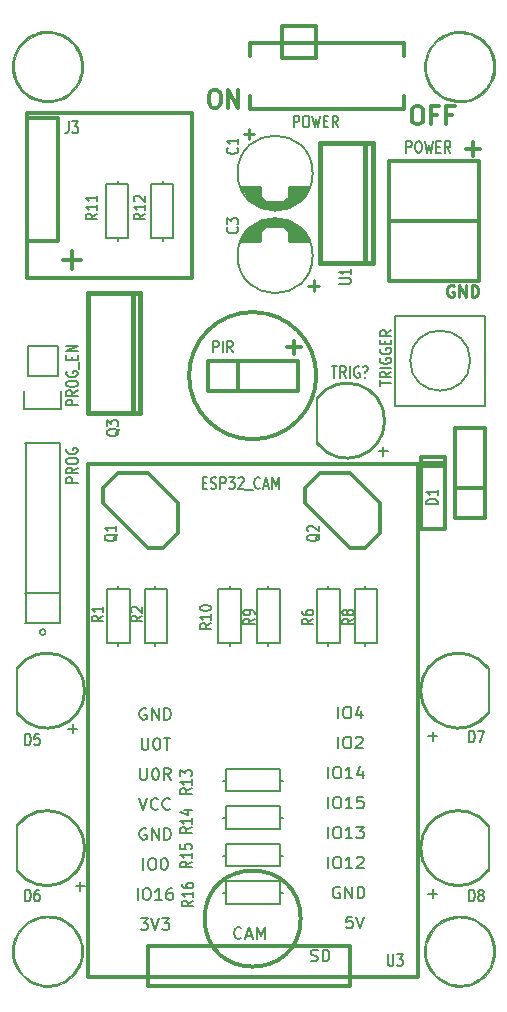
<source format=gbr>
G04 #@! TF.GenerationSoftware,KiCad,Pcbnew,(5.1.10)-1*
G04 #@! TF.CreationDate,2021-07-19T17:30:23+01:00*
G04 #@! TF.ProjectId,WildlifeCamera_PCB,57696c64-6c69-4666-9543-616d6572615f,rev?*
G04 #@! TF.SameCoordinates,PX5d42830PY7b89fa0*
G04 #@! TF.FileFunction,Legend,Top*
G04 #@! TF.FilePolarity,Positive*
%FSLAX46Y46*%
G04 Gerber Fmt 4.6, Leading zero omitted, Abs format (unit mm)*
G04 Created by KiCad (PCBNEW (5.1.10)-1) date 2021-07-19 17:30:23*
%MOMM*%
%LPD*%
G01*
G04 APERTURE LIST*
%ADD10C,0.300000*%
%ADD11C,0.010000*%
%ADD12C,0.200000*%
%ADD13C,0.304800*%
%ADD14C,0.203200*%
%ADD15C,0.254000*%
%ADD16C,0.150000*%
%ADD17C,0.127000*%
%ADD18C,0.381000*%
%ADD19C,0.285750*%
%ADD20C,0.287020*%
%ADD21C,0.250000*%
G04 APERTURE END LIST*
D10*
X36036428Y76767429D02*
X36322142Y76767429D01*
X36465000Y76696000D01*
X36607857Y76553143D01*
X36679285Y76267429D01*
X36679285Y75767429D01*
X36607857Y75481715D01*
X36465000Y75338858D01*
X36322142Y75267429D01*
X36036428Y75267429D01*
X35893571Y75338858D01*
X35750714Y75481715D01*
X35679285Y75767429D01*
X35679285Y76267429D01*
X35750714Y76553143D01*
X35893571Y76696000D01*
X36036428Y76767429D01*
X37822142Y76053143D02*
X37322142Y76053143D01*
X37322142Y75267429D02*
X37322142Y76767429D01*
X38036428Y76767429D01*
X39107857Y76053143D02*
X38607857Y76053143D01*
X38607857Y75267429D02*
X38607857Y76767429D01*
X39322142Y76767429D01*
X18883428Y78164429D02*
X19169142Y78164429D01*
X19312000Y78093000D01*
X19454857Y77950143D01*
X19526285Y77664429D01*
X19526285Y77164429D01*
X19454857Y76878715D01*
X19312000Y76735858D01*
X19169142Y76664429D01*
X18883428Y76664429D01*
X18740571Y76735858D01*
X18597714Y76878715D01*
X18526285Y77164429D01*
X18526285Y77664429D01*
X18597714Y77950143D01*
X18740571Y78093000D01*
X18883428Y78164429D01*
X20169142Y76664429D02*
X20169142Y78164429D01*
X21026285Y76664429D01*
X21026285Y78164429D01*
D11*
G36*
X39954110Y83130802D02*
G01*
X40131838Y83117870D01*
X40260563Y83100193D01*
X40608131Y83017124D01*
X40936066Y82898181D01*
X41242626Y82745851D01*
X41526071Y82562627D01*
X41784658Y82350997D01*
X42016646Y82113452D01*
X42220293Y81852482D01*
X42393859Y81570577D01*
X42535602Y81270227D01*
X42643780Y80953922D01*
X42716651Y80624151D01*
X42752475Y80283406D01*
X42749510Y79934177D01*
X42709486Y79598585D01*
X42630049Y79262263D01*
X42512343Y78940202D01*
X42358868Y78635253D01*
X42172121Y78350265D01*
X41954601Y78088088D01*
X41708806Y77851573D01*
X41437234Y77643569D01*
X41142383Y77466927D01*
X40826752Y77324497D01*
X40667172Y77268664D01*
X40417235Y77202529D01*
X40150411Y77155717D01*
X39880636Y77129751D01*
X39621848Y77126155D01*
X39462081Y77136962D01*
X39108310Y77194978D01*
X38770198Y77290726D01*
X38450025Y77422085D01*
X38150074Y77586936D01*
X37872624Y77783159D01*
X37619959Y78008635D01*
X37394358Y78261244D01*
X37198103Y78538867D01*
X37033477Y78839383D01*
X36902760Y79160675D01*
X36808233Y79500621D01*
X36783838Y79625230D01*
X36760477Y79809641D01*
X36748642Y80018666D01*
X36748513Y80109838D01*
X36901881Y80109838D01*
X36906734Y79924052D01*
X36919370Y79754521D01*
X36934014Y79646396D01*
X37011803Y79317345D01*
X37127063Y79003964D01*
X37277086Y78708733D01*
X37459166Y78434133D01*
X37670596Y78182642D01*
X37908670Y77956740D01*
X38170681Y77758906D01*
X38453922Y77591620D01*
X38755687Y77457361D01*
X39073269Y77358608D01*
X39403962Y77297842D01*
X39509534Y77287037D01*
X39615550Y77279645D01*
X39712108Y77276724D01*
X39812013Y77278506D01*
X39928072Y77285225D01*
X40073092Y77297116D01*
X40075914Y77297367D01*
X40343221Y77338893D01*
X40620543Y77415102D01*
X40899129Y77522727D01*
X41170230Y77658504D01*
X41366913Y77779205D01*
X41470412Y77856695D01*
X41590059Y77959591D01*
X41717066Y78079087D01*
X41842649Y78206376D01*
X41958020Y78332652D01*
X42054394Y78449109D01*
X42105343Y78519317D01*
X42285446Y78822578D01*
X42424228Y79132977D01*
X42522448Y79452999D01*
X42580863Y79785130D01*
X42600231Y80131857D01*
X42600212Y80143813D01*
X42579786Y80494770D01*
X42520739Y80828641D01*
X42422802Y81146071D01*
X42285703Y81447707D01*
X42109170Y81734196D01*
X41892933Y82006184D01*
X41760710Y82146109D01*
X41496321Y82383299D01*
X41216994Y82580895D01*
X40922371Y82739044D01*
X40612099Y82857892D01*
X40285821Y82937586D01*
X39943182Y82978275D01*
X39737248Y82984062D01*
X39599139Y82980697D01*
X39459908Y82972288D01*
X39335629Y82960007D01*
X39266102Y82949725D01*
X38932826Y82869044D01*
X38615705Y82751240D01*
X38317288Y82598857D01*
X38040120Y82414440D01*
X37786749Y82200532D01*
X37559722Y81959679D01*
X37361586Y81694423D01*
X37194887Y81407310D01*
X37062172Y81100884D01*
X36965989Y80777688D01*
X36934014Y80620063D01*
X36915521Y80472311D01*
X36904810Y80297413D01*
X36901881Y80109838D01*
X36748513Y80109838D01*
X36748332Y80236184D01*
X36759549Y80446075D01*
X36782291Y80632218D01*
X36783838Y80641230D01*
X36864965Y80986508D01*
X36983471Y81314756D01*
X37137036Y81623642D01*
X37323338Y81910834D01*
X37540057Y82174000D01*
X37784873Y82410807D01*
X38055464Y82618924D01*
X38349510Y82796019D01*
X38664690Y82939759D01*
X38998683Y83047812D01*
X39229248Y83098617D01*
X39384448Y83119208D01*
X39566361Y83131450D01*
X39760933Y83135322D01*
X39954110Y83130802D01*
G37*
X39954110Y83130802D02*
X40131838Y83117870D01*
X40260563Y83100193D01*
X40608131Y83017124D01*
X40936066Y82898181D01*
X41242626Y82745851D01*
X41526071Y82562627D01*
X41784658Y82350997D01*
X42016646Y82113452D01*
X42220293Y81852482D01*
X42393859Y81570577D01*
X42535602Y81270227D01*
X42643780Y80953922D01*
X42716651Y80624151D01*
X42752475Y80283406D01*
X42749510Y79934177D01*
X42709486Y79598585D01*
X42630049Y79262263D01*
X42512343Y78940202D01*
X42358868Y78635253D01*
X42172121Y78350265D01*
X41954601Y78088088D01*
X41708806Y77851573D01*
X41437234Y77643569D01*
X41142383Y77466927D01*
X40826752Y77324497D01*
X40667172Y77268664D01*
X40417235Y77202529D01*
X40150411Y77155717D01*
X39880636Y77129751D01*
X39621848Y77126155D01*
X39462081Y77136962D01*
X39108310Y77194978D01*
X38770198Y77290726D01*
X38450025Y77422085D01*
X38150074Y77586936D01*
X37872624Y77783159D01*
X37619959Y78008635D01*
X37394358Y78261244D01*
X37198103Y78538867D01*
X37033477Y78839383D01*
X36902760Y79160675D01*
X36808233Y79500621D01*
X36783838Y79625230D01*
X36760477Y79809641D01*
X36748642Y80018666D01*
X36748513Y80109838D01*
X36901881Y80109838D01*
X36906734Y79924052D01*
X36919370Y79754521D01*
X36934014Y79646396D01*
X37011803Y79317345D01*
X37127063Y79003964D01*
X37277086Y78708733D01*
X37459166Y78434133D01*
X37670596Y78182642D01*
X37908670Y77956740D01*
X38170681Y77758906D01*
X38453922Y77591620D01*
X38755687Y77457361D01*
X39073269Y77358608D01*
X39403962Y77297842D01*
X39509534Y77287037D01*
X39615550Y77279645D01*
X39712108Y77276724D01*
X39812013Y77278506D01*
X39928072Y77285225D01*
X40073092Y77297116D01*
X40075914Y77297367D01*
X40343221Y77338893D01*
X40620543Y77415102D01*
X40899129Y77522727D01*
X41170230Y77658504D01*
X41366913Y77779205D01*
X41470412Y77856695D01*
X41590059Y77959591D01*
X41717066Y78079087D01*
X41842649Y78206376D01*
X41958020Y78332652D01*
X42054394Y78449109D01*
X42105343Y78519317D01*
X42285446Y78822578D01*
X42424228Y79132977D01*
X42522448Y79452999D01*
X42580863Y79785130D01*
X42600231Y80131857D01*
X42600212Y80143813D01*
X42579786Y80494770D01*
X42520739Y80828641D01*
X42422802Y81146071D01*
X42285703Y81447707D01*
X42109170Y81734196D01*
X41892933Y82006184D01*
X41760710Y82146109D01*
X41496321Y82383299D01*
X41216994Y82580895D01*
X40922371Y82739044D01*
X40612099Y82857892D01*
X40285821Y82937586D01*
X39943182Y82978275D01*
X39737248Y82984062D01*
X39599139Y82980697D01*
X39459908Y82972288D01*
X39335629Y82960007D01*
X39266102Y82949725D01*
X38932826Y82869044D01*
X38615705Y82751240D01*
X38317288Y82598857D01*
X38040120Y82414440D01*
X37786749Y82200532D01*
X37559722Y81959679D01*
X37361586Y81694423D01*
X37194887Y81407310D01*
X37062172Y81100884D01*
X36965989Y80777688D01*
X36934014Y80620063D01*
X36915521Y80472311D01*
X36904810Y80297413D01*
X36901881Y80109838D01*
X36748513Y80109838D01*
X36748332Y80236184D01*
X36759549Y80446075D01*
X36782291Y80632218D01*
X36783838Y80641230D01*
X36864965Y80986508D01*
X36983471Y81314756D01*
X37137036Y81623642D01*
X37323338Y81910834D01*
X37540057Y82174000D01*
X37784873Y82410807D01*
X38055464Y82618924D01*
X38349510Y82796019D01*
X38664690Y82939759D01*
X38998683Y83047812D01*
X39229248Y83098617D01*
X39384448Y83119208D01*
X39566361Y83131450D01*
X39760933Y83135322D01*
X39954110Y83130802D01*
G36*
X5105085Y83128959D02*
G01*
X5444036Y83080432D01*
X5776777Y82994560D01*
X6099281Y82871870D01*
X6407520Y82712888D01*
X6635395Y82564070D01*
X6746107Y82476321D01*
X6870492Y82364533D01*
X6999404Y82238110D01*
X7123697Y82106455D01*
X7234223Y81978970D01*
X7321837Y81865060D01*
X7337370Y81842395D01*
X7524783Y81524136D01*
X7674540Y81189400D01*
X7784850Y80842377D01*
X7810112Y80735911D01*
X7828739Y80619216D01*
X7841962Y80471172D01*
X7849780Y80302419D01*
X7852194Y80123595D01*
X7849203Y79945340D01*
X7840807Y79778293D01*
X7827007Y79633091D01*
X7810112Y79530548D01*
X7712605Y79178216D01*
X7579062Y78848047D01*
X7409304Y78539703D01*
X7203152Y78252847D01*
X7035606Y78063095D01*
X6770239Y77814706D01*
X6486317Y77604357D01*
X6184066Y77432150D01*
X5863714Y77298188D01*
X5525490Y77202573D01*
X5169620Y77145408D01*
X4958435Y77130044D01*
X4837402Y77127586D01*
X4709043Y77129323D01*
X4592493Y77134819D01*
X4537081Y77139641D01*
X4190868Y77198552D01*
X3857593Y77296291D01*
X3540082Y77430617D01*
X3241159Y77599292D01*
X2963650Y77800075D01*
X2710379Y78030727D01*
X2484173Y78289008D01*
X2287855Y78572679D01*
X2124251Y78879501D01*
X2020829Y79134409D01*
X1960852Y79318457D01*
X1917040Y79489438D01*
X1887400Y79659895D01*
X1869938Y79842372D01*
X1862662Y80049414D01*
X1862153Y80133230D01*
X1862545Y80154396D01*
X2010545Y80154396D01*
X2024930Y79821547D01*
X2071639Y79511031D01*
X2152276Y79216053D01*
X2268448Y78929816D01*
X2327895Y78811186D01*
X2508745Y78512689D01*
X2718928Y78243169D01*
X2955699Y78003980D01*
X3216310Y77796477D01*
X3498016Y77622015D01*
X3798069Y77481949D01*
X4113723Y77377634D01*
X4442232Y77310424D01*
X4780849Y77281674D01*
X5126828Y77292739D01*
X5348855Y77321013D01*
X5675933Y77395780D01*
X5987959Y77508564D01*
X6282447Y77656955D01*
X6556912Y77838546D01*
X6808869Y78050927D01*
X7035833Y78291691D01*
X7235319Y78558428D01*
X7404841Y78848731D01*
X7541915Y79160190D01*
X7644056Y79490398D01*
X7660798Y79561730D01*
X7679264Y79672726D01*
X7693556Y79813586D01*
X7703261Y79972008D01*
X7707964Y80135690D01*
X7707251Y80292330D01*
X7700708Y80429625D01*
X7692604Y80506465D01*
X7623823Y80846531D01*
X7517145Y81171294D01*
X7374762Y81478103D01*
X7198872Y81764308D01*
X6991670Y82027257D01*
X6755350Y82264300D01*
X6492108Y82472787D01*
X6204139Y82650067D01*
X5893640Y82793489D01*
X5757554Y82842821D01*
X5549201Y82905176D01*
X5350986Y82947706D01*
X5147428Y82972822D01*
X4923052Y82982932D01*
X4854581Y82983403D01*
X4508968Y82962982D01*
X4174524Y82903009D01*
X3853912Y82805362D01*
X3549795Y82671922D01*
X3264835Y82504570D01*
X3001695Y82305185D01*
X2763038Y82075647D01*
X2551526Y81817838D01*
X2369821Y81533636D01*
X2220587Y81224923D01*
X2167282Y81085730D01*
X2103812Y80890707D01*
X2058891Y80711249D01*
X2030029Y80532558D01*
X2014735Y80339839D01*
X2010545Y80154396D01*
X1862545Y80154396D01*
X1866219Y80352312D01*
X1879747Y80542269D01*
X1904729Y80715645D01*
X1943158Y80884984D01*
X1997026Y81062830D01*
X2020829Y81132051D01*
X2157865Y81457913D01*
X2330633Y81762896D01*
X2536742Y82044527D01*
X2773802Y82300332D01*
X3039420Y82527838D01*
X3331206Y82724573D01*
X3646771Y82888062D01*
X3767714Y82939091D01*
X4091237Y83045208D01*
X4424658Y83111874D01*
X4763950Y83139615D01*
X5105085Y83128959D01*
G37*
X5105085Y83128959D02*
X5444036Y83080432D01*
X5776777Y82994560D01*
X6099281Y82871870D01*
X6407520Y82712888D01*
X6635395Y82564070D01*
X6746107Y82476321D01*
X6870492Y82364533D01*
X6999404Y82238110D01*
X7123697Y82106455D01*
X7234223Y81978970D01*
X7321837Y81865060D01*
X7337370Y81842395D01*
X7524783Y81524136D01*
X7674540Y81189400D01*
X7784850Y80842377D01*
X7810112Y80735911D01*
X7828739Y80619216D01*
X7841962Y80471172D01*
X7849780Y80302419D01*
X7852194Y80123595D01*
X7849203Y79945340D01*
X7840807Y79778293D01*
X7827007Y79633091D01*
X7810112Y79530548D01*
X7712605Y79178216D01*
X7579062Y78848047D01*
X7409304Y78539703D01*
X7203152Y78252847D01*
X7035606Y78063095D01*
X6770239Y77814706D01*
X6486317Y77604357D01*
X6184066Y77432150D01*
X5863714Y77298188D01*
X5525490Y77202573D01*
X5169620Y77145408D01*
X4958435Y77130044D01*
X4837402Y77127586D01*
X4709043Y77129323D01*
X4592493Y77134819D01*
X4537081Y77139641D01*
X4190868Y77198552D01*
X3857593Y77296291D01*
X3540082Y77430617D01*
X3241159Y77599292D01*
X2963650Y77800075D01*
X2710379Y78030727D01*
X2484173Y78289008D01*
X2287855Y78572679D01*
X2124251Y78879501D01*
X2020829Y79134409D01*
X1960852Y79318457D01*
X1917040Y79489438D01*
X1887400Y79659895D01*
X1869938Y79842372D01*
X1862662Y80049414D01*
X1862153Y80133230D01*
X1862545Y80154396D01*
X2010545Y80154396D01*
X2024930Y79821547D01*
X2071639Y79511031D01*
X2152276Y79216053D01*
X2268448Y78929816D01*
X2327895Y78811186D01*
X2508745Y78512689D01*
X2718928Y78243169D01*
X2955699Y78003980D01*
X3216310Y77796477D01*
X3498016Y77622015D01*
X3798069Y77481949D01*
X4113723Y77377634D01*
X4442232Y77310424D01*
X4780849Y77281674D01*
X5126828Y77292739D01*
X5348855Y77321013D01*
X5675933Y77395780D01*
X5987959Y77508564D01*
X6282447Y77656955D01*
X6556912Y77838546D01*
X6808869Y78050927D01*
X7035833Y78291691D01*
X7235319Y78558428D01*
X7404841Y78848731D01*
X7541915Y79160190D01*
X7644056Y79490398D01*
X7660798Y79561730D01*
X7679264Y79672726D01*
X7693556Y79813586D01*
X7703261Y79972008D01*
X7707964Y80135690D01*
X7707251Y80292330D01*
X7700708Y80429625D01*
X7692604Y80506465D01*
X7623823Y80846531D01*
X7517145Y81171294D01*
X7374762Y81478103D01*
X7198872Y81764308D01*
X6991670Y82027257D01*
X6755350Y82264300D01*
X6492108Y82472787D01*
X6204139Y82650067D01*
X5893640Y82793489D01*
X5757554Y82842821D01*
X5549201Y82905176D01*
X5350986Y82947706D01*
X5147428Y82972822D01*
X4923052Y82982932D01*
X4854581Y82983403D01*
X4508968Y82962982D01*
X4174524Y82903009D01*
X3853912Y82805362D01*
X3549795Y82671922D01*
X3264835Y82504570D01*
X3001695Y82305185D01*
X2763038Y82075647D01*
X2551526Y81817838D01*
X2369821Y81533636D01*
X2220587Y81224923D01*
X2167282Y81085730D01*
X2103812Y80890707D01*
X2058891Y80711249D01*
X2030029Y80532558D01*
X2014735Y80339839D01*
X2010545Y80154396D01*
X1862545Y80154396D01*
X1866219Y80352312D01*
X1879747Y80542269D01*
X1904729Y80715645D01*
X1943158Y80884984D01*
X1997026Y81062830D01*
X2020829Y81132051D01*
X2157865Y81457913D01*
X2330633Y81762896D01*
X2536742Y82044527D01*
X2773802Y82300332D01*
X3039420Y82527838D01*
X3331206Y82724573D01*
X3646771Y82888062D01*
X3767714Y82939091D01*
X4091237Y83045208D01*
X4424658Y83111874D01*
X4763950Y83139615D01*
X5105085Y83128959D01*
G36*
X40048002Y8238225D02*
G01*
X40396074Y8182630D01*
X40475230Y8164221D01*
X40810014Y8061156D01*
X41122810Y7923920D01*
X41412326Y7755275D01*
X41677271Y7557980D01*
X41916350Y7334797D01*
X42128272Y7088485D01*
X42311744Y6821804D01*
X42465473Y6537516D01*
X42588167Y6238380D01*
X42678533Y5927157D01*
X42735279Y5606607D01*
X42757112Y5279491D01*
X42742739Y4948568D01*
X42690868Y4616599D01*
X42600206Y4286345D01*
X42469461Y3960566D01*
X42456486Y3933230D01*
X42288449Y3631316D01*
X42086915Y3352264D01*
X41855255Y3098621D01*
X41596839Y2872937D01*
X41315039Y2677759D01*
X41013227Y2515636D01*
X40694772Y2389117D01*
X40363045Y2300750D01*
X40275588Y2284432D01*
X40162277Y2268616D01*
X40028609Y2255357D01*
X39886969Y2245362D01*
X39749740Y2239337D01*
X39629307Y2237990D01*
X39538054Y2242027D01*
X39536164Y2242212D01*
X39166214Y2298665D01*
X38815062Y2391696D01*
X38484396Y2520176D01*
X38175909Y2682970D01*
X37891291Y2878948D01*
X37632233Y3106977D01*
X37400424Y3365924D01*
X37197557Y3654658D01*
X37060234Y3900345D01*
X36922903Y4216772D01*
X36825550Y4541053D01*
X36767205Y4877350D01*
X36747341Y5222171D01*
X36901881Y5222171D01*
X36906734Y5036385D01*
X36919370Y4866855D01*
X36934014Y4758730D01*
X37011923Y4431125D01*
X37129447Y4113954D01*
X37284331Y3811394D01*
X37474323Y3527623D01*
X37697167Y3266816D01*
X37787466Y3177002D01*
X38053321Y2952353D01*
X38339056Y2764394D01*
X38642159Y2613889D01*
X38960114Y2501602D01*
X39290410Y2428298D01*
X39630532Y2394742D01*
X39977966Y2401696D01*
X40234664Y2432777D01*
X40502753Y2493360D01*
X40778766Y2586778D01*
X41051070Y2708319D01*
X41308038Y2853271D01*
X41366913Y2891538D01*
X41470412Y2969029D01*
X41590059Y3071925D01*
X41717066Y3191420D01*
X41842649Y3318709D01*
X41958020Y3444985D01*
X42054394Y3561442D01*
X42105343Y3631650D01*
X42285446Y3934912D01*
X42424228Y4245311D01*
X42522448Y4565332D01*
X42580863Y4897464D01*
X42600231Y5244190D01*
X42600212Y5256146D01*
X42579786Y5607104D01*
X42520739Y5940974D01*
X42422802Y6258404D01*
X42285703Y6560041D01*
X42109170Y6846530D01*
X41892933Y7118518D01*
X41760710Y7258442D01*
X41498194Y7494448D01*
X41222219Y7690643D01*
X40931743Y7847687D01*
X40665144Y7953409D01*
X40330523Y8043611D01*
X39993231Y8092668D01*
X39656458Y8101359D01*
X39323393Y8070467D01*
X38997227Y8000771D01*
X38681148Y7893053D01*
X38378347Y7748091D01*
X38092013Y7566668D01*
X37825335Y7349563D01*
X37700395Y7227906D01*
X37475702Y6966309D01*
X37284651Y6681756D01*
X37129263Y6378194D01*
X37011562Y6059569D01*
X36934014Y5732396D01*
X36915521Y5584644D01*
X36904810Y5409747D01*
X36901881Y5222171D01*
X36747341Y5222171D01*
X36746900Y5229825D01*
X36746865Y5245563D01*
X36757438Y5528184D01*
X36790756Y5789121D01*
X36849217Y6043814D01*
X36893173Y6187480D01*
X37023402Y6516575D01*
X37186936Y6821975D01*
X37381020Y7102158D01*
X37602900Y7355604D01*
X37849821Y7580794D01*
X38119028Y7776206D01*
X38407766Y7940321D01*
X38713280Y8071618D01*
X39032815Y8168577D01*
X39363617Y8229679D01*
X39702931Y8253401D01*
X40048002Y8238225D01*
G37*
X40048002Y8238225D02*
X40396074Y8182630D01*
X40475230Y8164221D01*
X40810014Y8061156D01*
X41122810Y7923920D01*
X41412326Y7755275D01*
X41677271Y7557980D01*
X41916350Y7334797D01*
X42128272Y7088485D01*
X42311744Y6821804D01*
X42465473Y6537516D01*
X42588167Y6238380D01*
X42678533Y5927157D01*
X42735279Y5606607D01*
X42757112Y5279491D01*
X42742739Y4948568D01*
X42690868Y4616599D01*
X42600206Y4286345D01*
X42469461Y3960566D01*
X42456486Y3933230D01*
X42288449Y3631316D01*
X42086915Y3352264D01*
X41855255Y3098621D01*
X41596839Y2872937D01*
X41315039Y2677759D01*
X41013227Y2515636D01*
X40694772Y2389117D01*
X40363045Y2300750D01*
X40275588Y2284432D01*
X40162277Y2268616D01*
X40028609Y2255357D01*
X39886969Y2245362D01*
X39749740Y2239337D01*
X39629307Y2237990D01*
X39538054Y2242027D01*
X39536164Y2242212D01*
X39166214Y2298665D01*
X38815062Y2391696D01*
X38484396Y2520176D01*
X38175909Y2682970D01*
X37891291Y2878948D01*
X37632233Y3106977D01*
X37400424Y3365924D01*
X37197557Y3654658D01*
X37060234Y3900345D01*
X36922903Y4216772D01*
X36825550Y4541053D01*
X36767205Y4877350D01*
X36747341Y5222171D01*
X36901881Y5222171D01*
X36906734Y5036385D01*
X36919370Y4866855D01*
X36934014Y4758730D01*
X37011923Y4431125D01*
X37129447Y4113954D01*
X37284331Y3811394D01*
X37474323Y3527623D01*
X37697167Y3266816D01*
X37787466Y3177002D01*
X38053321Y2952353D01*
X38339056Y2764394D01*
X38642159Y2613889D01*
X38960114Y2501602D01*
X39290410Y2428298D01*
X39630532Y2394742D01*
X39977966Y2401696D01*
X40234664Y2432777D01*
X40502753Y2493360D01*
X40778766Y2586778D01*
X41051070Y2708319D01*
X41308038Y2853271D01*
X41366913Y2891538D01*
X41470412Y2969029D01*
X41590059Y3071925D01*
X41717066Y3191420D01*
X41842649Y3318709D01*
X41958020Y3444985D01*
X42054394Y3561442D01*
X42105343Y3631650D01*
X42285446Y3934912D01*
X42424228Y4245311D01*
X42522448Y4565332D01*
X42580863Y4897464D01*
X42600231Y5244190D01*
X42600212Y5256146D01*
X42579786Y5607104D01*
X42520739Y5940974D01*
X42422802Y6258404D01*
X42285703Y6560041D01*
X42109170Y6846530D01*
X41892933Y7118518D01*
X41760710Y7258442D01*
X41498194Y7494448D01*
X41222219Y7690643D01*
X40931743Y7847687D01*
X40665144Y7953409D01*
X40330523Y8043611D01*
X39993231Y8092668D01*
X39656458Y8101359D01*
X39323393Y8070467D01*
X38997227Y8000771D01*
X38681148Y7893053D01*
X38378347Y7748091D01*
X38092013Y7566668D01*
X37825335Y7349563D01*
X37700395Y7227906D01*
X37475702Y6966309D01*
X37284651Y6681756D01*
X37129263Y6378194D01*
X37011562Y6059569D01*
X36934014Y5732396D01*
X36915521Y5584644D01*
X36904810Y5409747D01*
X36901881Y5222171D01*
X36747341Y5222171D01*
X36746900Y5229825D01*
X36746865Y5245563D01*
X36757438Y5528184D01*
X36790756Y5789121D01*
X36849217Y6043814D01*
X36893173Y6187480D01*
X37023402Y6516575D01*
X37186936Y6821975D01*
X37381020Y7102158D01*
X37602900Y7355604D01*
X37849821Y7580794D01*
X38119028Y7776206D01*
X38407766Y7940321D01*
X38713280Y8071618D01*
X39032815Y8168577D01*
X39363617Y8229679D01*
X39702931Y8253401D01*
X40048002Y8238225D01*
G36*
X5093575Y8243247D02*
G01*
X5430714Y8198700D01*
X5757354Y8116826D01*
X5799430Y8103194D01*
X6127793Y7973381D01*
X6431201Y7810305D01*
X6712834Y7611956D01*
X6975871Y7376325D01*
X7018996Y7332386D01*
X7253682Y7061122D01*
X7450126Y6773163D01*
X7609694Y6465946D01*
X7733753Y6136908D01*
X7810112Y5848245D01*
X7828739Y5731549D01*
X7841962Y5583505D01*
X7849780Y5414752D01*
X7852194Y5235929D01*
X7849203Y5057674D01*
X7840807Y4890626D01*
X7827007Y4745424D01*
X7810112Y4642882D01*
X7777252Y4511840D01*
X7733553Y4364623D01*
X7683571Y4214688D01*
X7631859Y4075492D01*
X7582970Y3960492D01*
X7570349Y3934345D01*
X7394649Y3628004D01*
X7187856Y3346166D01*
X6953066Y3091168D01*
X6693379Y2865345D01*
X6411893Y2671035D01*
X6111706Y2510575D01*
X5795917Y2386300D01*
X5467623Y2300548D01*
X5383748Y2285368D01*
X5254230Y2267670D01*
X5107154Y2253481D01*
X4955667Y2243559D01*
X4812917Y2238666D01*
X4692050Y2239563D01*
X4642914Y2242508D01*
X4336519Y2285354D01*
X4028530Y2358789D01*
X3732510Y2458990D01*
X3491148Y2567054D01*
X3190699Y2743455D01*
X2913110Y2953818D01*
X2661377Y3194721D01*
X2438494Y3462746D01*
X2247453Y3754472D01*
X2091250Y4066479D01*
X2020829Y4246742D01*
X1960852Y4430791D01*
X1917040Y4601771D01*
X1887400Y4772228D01*
X1869938Y4954706D01*
X1862662Y5161747D01*
X1862153Y5245563D01*
X1862549Y5266939D01*
X2008536Y5266939D01*
X2012364Y5067359D01*
X2026135Y4880320D01*
X2048415Y4726980D01*
X2134407Y4391222D01*
X2257233Y4072840D01*
X2414529Y3774324D01*
X2603932Y3498163D01*
X2823078Y3246849D01*
X3069603Y3022871D01*
X3341145Y2828721D01*
X3635338Y2666888D01*
X3949821Y2539862D01*
X4189732Y2470812D01*
X4506834Y2413396D01*
X4830108Y2393307D01*
X5165410Y2410354D01*
X5341363Y2433043D01*
X5656702Y2502479D01*
X5961488Y2610794D01*
X6252438Y2755166D01*
X6526272Y2932770D01*
X6779709Y3140781D01*
X7009467Y3376377D01*
X7212265Y3636734D01*
X7384822Y3919026D01*
X7523857Y4220430D01*
X7571621Y4352506D01*
X7618617Y4502761D01*
X7653225Y4638228D01*
X7677130Y4770494D01*
X7692018Y4911148D01*
X7699574Y5071776D01*
X7701498Y5245563D01*
X7699238Y5432859D01*
X7691335Y5589738D01*
X7676101Y5727928D01*
X7651848Y5859161D01*
X7616889Y5995167D01*
X7573427Y6135796D01*
X7451278Y6443109D01*
X7291654Y6736067D01*
X7098170Y7010495D01*
X6874443Y7262212D01*
X6624089Y7487043D01*
X6350725Y7680810D01*
X6127970Y7805642D01*
X5821156Y7935648D01*
X5499177Y8028130D01*
X5167127Y8082738D01*
X4830101Y8099119D01*
X4493196Y8076919D01*
X4161505Y8015788D01*
X3954167Y7956020D01*
X3665669Y7840761D01*
X3385620Y7690826D01*
X3122083Y7511659D01*
X2883119Y7308705D01*
X2688094Y7101092D01*
X2480864Y6824594D01*
X2312376Y6537623D01*
X2179555Y6233885D01*
X2079330Y5907087D01*
X2055785Y5806480D01*
X2030338Y5649943D01*
X2014558Y5465615D01*
X2008536Y5266939D01*
X1862549Y5266939D01*
X1866219Y5464645D01*
X1879747Y5654603D01*
X1904729Y5827979D01*
X1943158Y5997318D01*
X1997026Y6175164D01*
X2020829Y6244384D01*
X2157865Y6570247D01*
X2330633Y6875230D01*
X2536742Y7156860D01*
X2773802Y7412665D01*
X3039420Y7640172D01*
X3331206Y7836906D01*
X3646771Y8000395D01*
X3767714Y8051424D01*
X4083006Y8154556D01*
X4413337Y8221012D01*
X4752321Y8250630D01*
X5093575Y8243247D01*
G37*
X5093575Y8243247D02*
X5430714Y8198700D01*
X5757354Y8116826D01*
X5799430Y8103194D01*
X6127793Y7973381D01*
X6431201Y7810305D01*
X6712834Y7611956D01*
X6975871Y7376325D01*
X7018996Y7332386D01*
X7253682Y7061122D01*
X7450126Y6773163D01*
X7609694Y6465946D01*
X7733753Y6136908D01*
X7810112Y5848245D01*
X7828739Y5731549D01*
X7841962Y5583505D01*
X7849780Y5414752D01*
X7852194Y5235929D01*
X7849203Y5057674D01*
X7840807Y4890626D01*
X7827007Y4745424D01*
X7810112Y4642882D01*
X7777252Y4511840D01*
X7733553Y4364623D01*
X7683571Y4214688D01*
X7631859Y4075492D01*
X7582970Y3960492D01*
X7570349Y3934345D01*
X7394649Y3628004D01*
X7187856Y3346166D01*
X6953066Y3091168D01*
X6693379Y2865345D01*
X6411893Y2671035D01*
X6111706Y2510575D01*
X5795917Y2386300D01*
X5467623Y2300548D01*
X5383748Y2285368D01*
X5254230Y2267670D01*
X5107154Y2253481D01*
X4955667Y2243559D01*
X4812917Y2238666D01*
X4692050Y2239563D01*
X4642914Y2242508D01*
X4336519Y2285354D01*
X4028530Y2358789D01*
X3732510Y2458990D01*
X3491148Y2567054D01*
X3190699Y2743455D01*
X2913110Y2953818D01*
X2661377Y3194721D01*
X2438494Y3462746D01*
X2247453Y3754472D01*
X2091250Y4066479D01*
X2020829Y4246742D01*
X1960852Y4430791D01*
X1917040Y4601771D01*
X1887400Y4772228D01*
X1869938Y4954706D01*
X1862662Y5161747D01*
X1862153Y5245563D01*
X1862549Y5266939D01*
X2008536Y5266939D01*
X2012364Y5067359D01*
X2026135Y4880320D01*
X2048415Y4726980D01*
X2134407Y4391222D01*
X2257233Y4072840D01*
X2414529Y3774324D01*
X2603932Y3498163D01*
X2823078Y3246849D01*
X3069603Y3022871D01*
X3341145Y2828721D01*
X3635338Y2666888D01*
X3949821Y2539862D01*
X4189732Y2470812D01*
X4506834Y2413396D01*
X4830108Y2393307D01*
X5165410Y2410354D01*
X5341363Y2433043D01*
X5656702Y2502479D01*
X5961488Y2610794D01*
X6252438Y2755166D01*
X6526272Y2932770D01*
X6779709Y3140781D01*
X7009467Y3376377D01*
X7212265Y3636734D01*
X7384822Y3919026D01*
X7523857Y4220430D01*
X7571621Y4352506D01*
X7618617Y4502761D01*
X7653225Y4638228D01*
X7677130Y4770494D01*
X7692018Y4911148D01*
X7699574Y5071776D01*
X7701498Y5245563D01*
X7699238Y5432859D01*
X7691335Y5589738D01*
X7676101Y5727928D01*
X7651848Y5859161D01*
X7616889Y5995167D01*
X7573427Y6135796D01*
X7451278Y6443109D01*
X7291654Y6736067D01*
X7098170Y7010495D01*
X6874443Y7262212D01*
X6624089Y7487043D01*
X6350725Y7680810D01*
X6127970Y7805642D01*
X5821156Y7935648D01*
X5499177Y8028130D01*
X5167127Y8082738D01*
X4830101Y8099119D01*
X4493196Y8076919D01*
X4161505Y8015788D01*
X3954167Y7956020D01*
X3665669Y7840761D01*
X3385620Y7690826D01*
X3122083Y7511659D01*
X2883119Y7308705D01*
X2688094Y7101092D01*
X2480864Y6824594D01*
X2312376Y6537623D01*
X2179555Y6233885D01*
X2079330Y5907087D01*
X2055785Y5806480D01*
X2030338Y5649943D01*
X2014558Y5465615D01*
X2008536Y5266939D01*
X1862549Y5266939D01*
X1866219Y5464645D01*
X1879747Y5654603D01*
X1904729Y5827979D01*
X1943158Y5997318D01*
X1997026Y6175164D01*
X2020829Y6244384D01*
X2157865Y6570247D01*
X2330633Y6875230D01*
X2536742Y7156860D01*
X2773802Y7412665D01*
X3039420Y7640172D01*
X3331206Y7836906D01*
X3646771Y8000395D01*
X3767714Y8051424D01*
X4083006Y8154556D01*
X4413337Y8221012D01*
X4752321Y8250630D01*
X5093575Y8243247D01*
D10*
X36195000Y3048000D02*
X8255000Y3048000D01*
X36195000Y3048000D02*
X36195000Y46228000D01*
X8255000Y3048000D02*
X8255000Y46355000D01*
X36195000Y46482000D02*
X8255000Y46482000D01*
X8255000Y46482000D02*
X8255000Y45720000D01*
X36195000Y46482000D02*
X36195000Y45974000D01*
X30480000Y5715000D02*
X13335000Y5715000D01*
X13335000Y5715000D02*
X13335000Y2286000D01*
X13335000Y2286000D02*
X30480000Y2286000D01*
X30480000Y2286000D02*
X30480000Y5715000D01*
X26290984Y8001000D02*
G75*
G03*
X26290984Y8001000I-4065984J0D01*
G01*
D12*
X5918200Y48260000D02*
X5918200Y33020000D01*
X2997200Y33020000D02*
X2997200Y48260000D01*
X4699000Y32258000D02*
G75*
G03*
X4699000Y32258000I-254000J0D01*
G01*
X2971800Y33020000D02*
X5892800Y33020000D01*
X2971800Y35560000D02*
X5842000Y35560000D01*
X2971800Y48260000D02*
X5892800Y48260000D01*
X20320000Y31369000D02*
X20320000Y31115000D01*
X20320000Y35941000D02*
X20320000Y36195000D01*
X19304000Y31369000D02*
X21209000Y31369000D01*
X21209000Y31369000D02*
X21209000Y35941000D01*
X21209000Y35941000D02*
X19304000Y35941000D01*
X19304000Y35941000D02*
X19304000Y31369000D01*
D10*
X35025000Y76575000D02*
X22025000Y76575000D01*
X22025000Y82175000D02*
X35025000Y82175000D01*
X22025000Y76575000D02*
X22025000Y77675000D01*
X22025000Y82175000D02*
X22025000Y81075000D01*
X35025000Y76575000D02*
X35025000Y77675000D01*
X35025000Y82175000D02*
X35025000Y81075000D01*
X24725000Y80875000D02*
X24725000Y81275000D01*
X27625000Y80875000D02*
X24725000Y80875000D01*
X27625000Y83575000D02*
X27625000Y80875000D01*
X24725000Y83575000D02*
X27625000Y83575000D01*
X24725000Y80975000D02*
X24725000Y83575000D01*
D13*
X38481000Y46355000D02*
X36449000Y46355000D01*
X36449000Y46609000D02*
X38481000Y46609000D01*
X38481000Y47117000D02*
X37465000Y47117000D01*
X38481000Y41021000D02*
X38481000Y47117000D01*
X37465000Y41021000D02*
X38481000Y41021000D01*
X36449000Y41021000D02*
X37465000Y41021000D01*
X36449000Y47117000D02*
X36449000Y41021000D01*
X37465000Y47117000D02*
X36449000Y47117000D01*
D14*
X27635200Y52070000D02*
X27635200Y48260000D01*
D15*
X27688003Y48257332D02*
G75*
G03*
X27686000Y52070000I2537997J1907668D01*
G01*
D16*
X5995000Y51155000D02*
X2895000Y51155000D01*
X5995000Y52705000D02*
X5995000Y51155000D01*
X3175000Y53975000D02*
X5715000Y53975000D01*
X2895000Y51155000D02*
X2895000Y52705000D01*
X5715000Y56515000D02*
X3175000Y56515000D01*
X5715000Y53975000D02*
X5715000Y56515000D01*
X3175000Y53975000D02*
X3175000Y56515000D01*
D12*
X24511000Y31369000D02*
X24511000Y35941000D01*
X22606000Y31369000D02*
X24511000Y31369000D01*
X22606000Y35941000D02*
X22606000Y31369000D01*
X24511000Y35941000D02*
X22606000Y35941000D01*
X23495000Y31369000D02*
X23495000Y31115000D01*
X23495000Y35941000D02*
X23495000Y36195000D01*
D17*
X40640000Y55245000D02*
G75*
G03*
X40640000Y55245000I-2540000J0D01*
G01*
X34290000Y51435000D02*
X34290000Y59055000D01*
X34290000Y59055000D02*
X41910000Y59055000D01*
X41910000Y59055000D02*
X41910000Y51435000D01*
X34290000Y51435000D02*
X41910000Y51435000D01*
D10*
X24892000Y68580000D02*
X25273000Y68961000D01*
X22860000Y69088000D02*
X23368000Y68580000D01*
X22860000Y69850000D02*
X22860000Y68580000D01*
X25400000Y69088000D02*
X25400000Y68453000D01*
X25400000Y69850000D02*
X25400000Y68834000D01*
X21463000Y69850000D02*
X21971000Y68961000D01*
X21971000Y68961000D02*
X22860000Y68326000D01*
X22860000Y68326000D02*
X23368000Y68199000D01*
X23368000Y68199000D02*
X24511000Y68072000D01*
X24511000Y68072000D02*
X25273000Y68326000D01*
X25273000Y68326000D02*
X25908000Y68707000D01*
X25908000Y68707000D02*
X26670000Y69469000D01*
X26670000Y69469000D02*
X25908000Y69469000D01*
X22860000Y68834000D02*
X22098000Y68834000D01*
X22860000Y69088000D02*
X21971000Y69088000D01*
X22860000Y69342000D02*
X21717000Y69342000D01*
X22860000Y69596000D02*
X21590000Y69596000D01*
X23495000Y68199000D02*
X24892000Y68199000D01*
X25400000Y68326000D02*
X22987000Y68326000D01*
X25400000Y68834000D02*
X26162000Y68834000D01*
X22479000Y68580000D02*
X25908000Y68580000D01*
X25400000Y69088000D02*
X26416000Y69088000D01*
X25400000Y69342000D02*
X26543000Y69342000D01*
X25400000Y69596000D02*
X26797000Y69596000D01*
X25400000Y69850000D02*
X26924000Y69850000D01*
X21336000Y69850000D02*
X22860000Y69850000D01*
D17*
X27305000Y71120000D02*
G75*
G03*
X27305000Y71120000I-3175000J0D01*
G01*
X27305000Y64135000D02*
G75*
G03*
X27305000Y64135000I-3175000J0D01*
G01*
D10*
X26924000Y65405000D02*
X25400000Y65405000D01*
X22860000Y65405000D02*
X21336000Y65405000D01*
X22860000Y65659000D02*
X21463000Y65659000D01*
X22860000Y65913000D02*
X21717000Y65913000D01*
X22860000Y66167000D02*
X21844000Y66167000D01*
X25781000Y66675000D02*
X22352000Y66675000D01*
X22860000Y66421000D02*
X22098000Y66421000D01*
X22860000Y66929000D02*
X25273000Y66929000D01*
X24765000Y67056000D02*
X23368000Y67056000D01*
X25400000Y65659000D02*
X26670000Y65659000D01*
X25400000Y65913000D02*
X26543000Y65913000D01*
X25400000Y66167000D02*
X26289000Y66167000D01*
X25400000Y66421000D02*
X26162000Y66421000D01*
X21590000Y65786000D02*
X22352000Y65786000D01*
X22352000Y66548000D02*
X21590000Y65786000D01*
X22987000Y66929000D02*
X22352000Y66548000D01*
X23749000Y67183000D02*
X22987000Y66929000D01*
X24892000Y67056000D02*
X23749000Y67183000D01*
X25400000Y66929000D02*
X24892000Y67056000D01*
X26289000Y66294000D02*
X25400000Y66929000D01*
X26797000Y65405000D02*
X26289000Y66294000D01*
X22860000Y65405000D02*
X22860000Y66421000D01*
X22860000Y66167000D02*
X22860000Y66802000D01*
X25400000Y65405000D02*
X25400000Y66675000D01*
X25400000Y66167000D02*
X24892000Y66675000D01*
X23368000Y66675000D02*
X22987000Y66294000D01*
D18*
X27940000Y63500000D02*
X27940000Y73660000D01*
X31750000Y63500000D02*
X27940000Y63500000D01*
X31750000Y73660000D02*
X31750000Y63500000D01*
X27940000Y73660000D02*
X31750000Y73660000D01*
X32385000Y63500000D02*
X31750000Y63500000D01*
X32385000Y73660000D02*
X32385000Y63500000D01*
X31750000Y73660000D02*
X32385000Y73660000D01*
D14*
X2235200Y29210000D02*
X2235200Y25400000D01*
D15*
X2288003Y25397332D02*
G75*
G03*
X2286000Y29210000I2537997J1907668D01*
G01*
D14*
X2235200Y15875000D02*
X2235200Y12065000D01*
D15*
X2288003Y12062332D02*
G75*
G03*
X2286000Y15875000I2537997J1907668D01*
G01*
D14*
X42214800Y25400000D02*
X42214800Y29210000D01*
D15*
X42161997Y29212668D02*
G75*
G03*
X42164000Y25400000I-2537997J-1907668D01*
G01*
D14*
X42214800Y12065000D02*
X42214800Y15875000D01*
D15*
X42161997Y15877668D02*
G75*
G03*
X42164000Y12065000I-2537997J-1907668D01*
G01*
D12*
X24511000Y20701000D02*
X19939000Y20701000D01*
X24511000Y18796000D02*
X24511000Y20701000D01*
X19939000Y18796000D02*
X24511000Y18796000D01*
X19939000Y20701000D02*
X19939000Y18796000D01*
X24511000Y19685000D02*
X24765000Y19685000D01*
X19939000Y19685000D02*
X19685000Y19685000D01*
X19939000Y16510000D02*
X19685000Y16510000D01*
X24511000Y16510000D02*
X24765000Y16510000D01*
X19939000Y17526000D02*
X19939000Y15621000D01*
X19939000Y15621000D02*
X24511000Y15621000D01*
X24511000Y15621000D02*
X24511000Y17526000D01*
X24511000Y17526000D02*
X19939000Y17526000D01*
X24511000Y14351000D02*
X19939000Y14351000D01*
X24511000Y12446000D02*
X24511000Y14351000D01*
X19939000Y12446000D02*
X24511000Y12446000D01*
X19939000Y14351000D02*
X19939000Y12446000D01*
X24511000Y13335000D02*
X24765000Y13335000D01*
X19939000Y13335000D02*
X19685000Y13335000D01*
X19939000Y10160000D02*
X19685000Y10160000D01*
X24511000Y10160000D02*
X24765000Y10160000D01*
X19939000Y11176000D02*
X19939000Y9271000D01*
X19939000Y9271000D02*
X24511000Y9271000D01*
X24511000Y9271000D02*
X24511000Y11176000D01*
X24511000Y11176000D02*
X19939000Y11176000D01*
D10*
X17080000Y62215000D02*
X17080000Y76215000D01*
X3080000Y62215000D02*
X17080000Y62215000D01*
X3080000Y76215000D02*
X3080000Y62215000D01*
X17080000Y76215000D02*
X3080000Y76215000D01*
D16*
X3175000Y65405000D02*
X5715000Y65405000D01*
D10*
X3175000Y65405000D02*
X5715000Y65405000D01*
X5715000Y75819000D02*
X3175000Y75819000D01*
X5715000Y65405000D02*
X5715000Y75819000D01*
D18*
X8255000Y50800000D02*
X8255000Y60960000D01*
X12065000Y50800000D02*
X8255000Y50800000D01*
X12065000Y60960000D02*
X12065000Y50800000D01*
X8255000Y60960000D02*
X12065000Y60960000D01*
X12700000Y50800000D02*
X12065000Y50800000D01*
X12700000Y60960000D02*
X12700000Y50800000D01*
X12065000Y60960000D02*
X12700000Y60960000D01*
D12*
X11811000Y31369000D02*
X11811000Y35941000D01*
X9906000Y31369000D02*
X11811000Y31369000D01*
X9906000Y35941000D02*
X9906000Y31369000D01*
X11811000Y35941000D02*
X9906000Y35941000D01*
X10795000Y31369000D02*
X10795000Y31115000D01*
X10795000Y35941000D02*
X10795000Y36195000D01*
X14986000Y31369000D02*
X14986000Y35941000D01*
X13081000Y31369000D02*
X14986000Y31369000D01*
X13081000Y35941000D02*
X13081000Y31369000D01*
X14986000Y35941000D02*
X13081000Y35941000D01*
X13970000Y31369000D02*
X13970000Y31115000D01*
X13970000Y35941000D02*
X13970000Y36195000D01*
X28575000Y35941000D02*
X28575000Y36195000D01*
X28575000Y31369000D02*
X28575000Y31115000D01*
X29591000Y35941000D02*
X27686000Y35941000D01*
X27686000Y35941000D02*
X27686000Y31369000D01*
X27686000Y31369000D02*
X29591000Y31369000D01*
X29591000Y31369000D02*
X29591000Y35941000D01*
X31750000Y35941000D02*
X31750000Y36195000D01*
X31750000Y31369000D02*
X31750000Y31115000D01*
X32766000Y35941000D02*
X30861000Y35941000D01*
X30861000Y35941000D02*
X30861000Y31369000D01*
X30861000Y31369000D02*
X32766000Y31369000D01*
X32766000Y31369000D02*
X32766000Y35941000D01*
X10795000Y65659000D02*
X10795000Y65405000D01*
X10795000Y70231000D02*
X10795000Y70485000D01*
X9779000Y65659000D02*
X11684000Y65659000D01*
X11684000Y65659000D02*
X11684000Y70231000D01*
X11684000Y70231000D02*
X9779000Y70231000D01*
X9779000Y70231000D02*
X9779000Y65659000D01*
X13589000Y70231000D02*
X13589000Y65659000D01*
X15494000Y70231000D02*
X13589000Y70231000D01*
X15494000Y65659000D02*
X15494000Y70231000D01*
X13589000Y65659000D02*
X15494000Y65659000D01*
X14605000Y70231000D02*
X14605000Y70485000D01*
X14605000Y65659000D02*
X14605000Y65405000D01*
D10*
X27610165Y53975000D02*
G75*
G03*
X27610165Y53975000I-5385165J0D01*
G01*
D13*
X20955000Y55245000D02*
X20955000Y52705000D01*
X26035000Y52705000D02*
X18415000Y52705000D01*
X26035000Y55245000D02*
X26035000Y52705000D01*
X18415000Y55245000D02*
X26035000Y55245000D01*
X18415000Y52705000D02*
X18415000Y55245000D01*
X9525000Y44450000D02*
X9525000Y43180000D01*
X10795000Y45720000D02*
X9525000Y44450000D01*
X13335000Y45720000D02*
X10795000Y45720000D01*
X15875000Y43180000D02*
X13335000Y45720000D01*
X15875000Y40640000D02*
X15875000Y43180000D01*
X14605000Y39370000D02*
X15875000Y40640000D01*
X13335000Y39370000D02*
X14605000Y39370000D01*
X9525000Y43180000D02*
X13335000Y39370000D01*
X26670000Y43180000D02*
X30480000Y39370000D01*
X30480000Y39370000D02*
X31750000Y39370000D01*
X31750000Y39370000D02*
X33020000Y40640000D01*
X33020000Y40640000D02*
X33020000Y43180000D01*
X33020000Y43180000D02*
X30480000Y45720000D01*
X30480000Y45720000D02*
X27940000Y45720000D01*
X27940000Y45720000D02*
X26670000Y44450000D01*
X26670000Y44450000D02*
X26670000Y43180000D01*
D10*
X41402000Y61976000D02*
X33782000Y61976000D01*
X33782000Y67056000D02*
X41402000Y67056000D01*
X41402000Y72136000D02*
X33782000Y72136000D01*
X33782000Y61976000D02*
X33782000Y72136000D01*
X41402000Y61976000D02*
X41402000Y72136000D01*
D13*
X39370000Y44450000D02*
X41910000Y44450000D01*
X41910000Y49530000D02*
X41910000Y41910000D01*
X39370000Y49530000D02*
X41910000Y49530000D01*
X39370000Y41910000D02*
X39370000Y49530000D01*
X41910000Y41910000D02*
X39370000Y41910000D01*
D16*
X33680476Y4992620D02*
X33680476Y4183096D01*
X33718571Y4087858D01*
X33756666Y4040239D01*
X33832857Y3992620D01*
X33985238Y3992620D01*
X34061428Y4040239D01*
X34099523Y4087858D01*
X34137619Y4183096D01*
X34137619Y4992620D01*
X34442380Y4992620D02*
X34937619Y4992620D01*
X34670952Y4611667D01*
X34785238Y4611667D01*
X34861428Y4564048D01*
X34899523Y4516429D01*
X34937619Y4421191D01*
X34937619Y4183096D01*
X34899523Y4087858D01*
X34861428Y4040239D01*
X34785238Y3992620D01*
X34556666Y3992620D01*
X34480476Y4040239D01*
X34442380Y4087858D01*
X17989952Y44902429D02*
X18256619Y44902429D01*
X18370904Y44378620D02*
X17989952Y44378620D01*
X17989952Y45378620D01*
X18370904Y45378620D01*
X18675666Y44426239D02*
X18789952Y44378620D01*
X18980428Y44378620D01*
X19056619Y44426239D01*
X19094714Y44473858D01*
X19132809Y44569096D01*
X19132809Y44664334D01*
X19094714Y44759572D01*
X19056619Y44807191D01*
X18980428Y44854810D01*
X18828047Y44902429D01*
X18751857Y44950048D01*
X18713761Y44997667D01*
X18675666Y45092905D01*
X18675666Y45188143D01*
X18713761Y45283381D01*
X18751857Y45331000D01*
X18828047Y45378620D01*
X19018523Y45378620D01*
X19132809Y45331000D01*
X19475666Y44378620D02*
X19475666Y45378620D01*
X19780428Y45378620D01*
X19856619Y45331000D01*
X19894714Y45283381D01*
X19932809Y45188143D01*
X19932809Y45045286D01*
X19894714Y44950048D01*
X19856619Y44902429D01*
X19780428Y44854810D01*
X19475666Y44854810D01*
X20199476Y45378620D02*
X20694714Y45378620D01*
X20428047Y44997667D01*
X20542333Y44997667D01*
X20618523Y44950048D01*
X20656619Y44902429D01*
X20694714Y44807191D01*
X20694714Y44569096D01*
X20656619Y44473858D01*
X20618523Y44426239D01*
X20542333Y44378620D01*
X20313761Y44378620D01*
X20237571Y44426239D01*
X20199476Y44473858D01*
X20999476Y45283381D02*
X21037571Y45331000D01*
X21113761Y45378620D01*
X21304238Y45378620D01*
X21380428Y45331000D01*
X21418523Y45283381D01*
X21456619Y45188143D01*
X21456619Y45092905D01*
X21418523Y44950048D01*
X20961380Y44378620D01*
X21456619Y44378620D01*
X21609000Y44283381D02*
X22218523Y44283381D01*
X22866142Y44473858D02*
X22828047Y44426239D01*
X22713761Y44378620D01*
X22637571Y44378620D01*
X22523285Y44426239D01*
X22447095Y44521477D01*
X22409000Y44616715D01*
X22370904Y44807191D01*
X22370904Y44950048D01*
X22409000Y45140524D01*
X22447095Y45235762D01*
X22523285Y45331000D01*
X22637571Y45378620D01*
X22713761Y45378620D01*
X22828047Y45331000D01*
X22866142Y45283381D01*
X23170904Y44664334D02*
X23551857Y44664334D01*
X23094714Y44378620D02*
X23361380Y45378620D01*
X23628047Y44378620D01*
X23894714Y44378620D02*
X23894714Y45378620D01*
X24161380Y44664334D01*
X24428047Y45378620D01*
X24428047Y44378620D01*
X27154285Y4421239D02*
X27297142Y4373620D01*
X27535238Y4373620D01*
X27630476Y4421239D01*
X27678095Y4468858D01*
X27725714Y4564096D01*
X27725714Y4659334D01*
X27678095Y4754572D01*
X27630476Y4802191D01*
X27535238Y4849810D01*
X27344761Y4897429D01*
X27249523Y4945048D01*
X27201904Y4992667D01*
X27154285Y5087905D01*
X27154285Y5183143D01*
X27201904Y5278381D01*
X27249523Y5326000D01*
X27344761Y5373620D01*
X27582857Y5373620D01*
X27725714Y5326000D01*
X28154285Y4373620D02*
X28154285Y5373620D01*
X28392380Y5373620D01*
X28535238Y5326000D01*
X28630476Y5230762D01*
X28678095Y5135524D01*
X28725714Y4945048D01*
X28725714Y4802191D01*
X28678095Y4611715D01*
X28630476Y4516477D01*
X28535238Y4421239D01*
X28392380Y4373620D01*
X28154285Y4373620D01*
X21280523Y6373858D02*
X21232904Y6326239D01*
X21090047Y6278620D01*
X20994809Y6278620D01*
X20851952Y6326239D01*
X20756714Y6421477D01*
X20709095Y6516715D01*
X20661476Y6707191D01*
X20661476Y6850048D01*
X20709095Y7040524D01*
X20756714Y7135762D01*
X20851952Y7231000D01*
X20994809Y7278620D01*
X21090047Y7278620D01*
X21232904Y7231000D01*
X21280523Y7183381D01*
X21661476Y6564334D02*
X22137666Y6564334D01*
X21566238Y6278620D02*
X21899571Y7278620D01*
X22232904Y6278620D01*
X22566238Y6278620D02*
X22566238Y7278620D01*
X22899571Y6564334D01*
X23232904Y7278620D01*
X23232904Y6278620D01*
X12731904Y8040620D02*
X13350952Y8040620D01*
X13017619Y7659667D01*
X13160476Y7659667D01*
X13255714Y7612048D01*
X13303333Y7564429D01*
X13350952Y7469191D01*
X13350952Y7231096D01*
X13303333Y7135858D01*
X13255714Y7088239D01*
X13160476Y7040620D01*
X12874761Y7040620D01*
X12779523Y7088239D01*
X12731904Y7135858D01*
X13636666Y8040620D02*
X13970000Y7040620D01*
X14303333Y8040620D01*
X14541428Y8040620D02*
X15160476Y8040620D01*
X14827142Y7659667D01*
X14970000Y7659667D01*
X15065238Y7612048D01*
X15112857Y7564429D01*
X15160476Y7469191D01*
X15160476Y7231096D01*
X15112857Y7135858D01*
X15065238Y7088239D01*
X14970000Y7040620D01*
X14684285Y7040620D01*
X14589047Y7088239D01*
X14541428Y7135858D01*
X12493809Y9580620D02*
X12493809Y10580620D01*
X13160476Y10580620D02*
X13350952Y10580620D01*
X13446190Y10533000D01*
X13541428Y10437762D01*
X13589047Y10247286D01*
X13589047Y9913953D01*
X13541428Y9723477D01*
X13446190Y9628239D01*
X13350952Y9580620D01*
X13160476Y9580620D01*
X13065238Y9628239D01*
X12970000Y9723477D01*
X12922380Y9913953D01*
X12922380Y10247286D01*
X12970000Y10437762D01*
X13065238Y10533000D01*
X13160476Y10580620D01*
X14541428Y9580620D02*
X13970000Y9580620D01*
X14255714Y9580620D02*
X14255714Y10580620D01*
X14160476Y10437762D01*
X14065238Y10342524D01*
X13970000Y10294905D01*
X15398571Y10580620D02*
X15208095Y10580620D01*
X15112857Y10533000D01*
X15065238Y10485381D01*
X14970000Y10342524D01*
X14922380Y10152048D01*
X14922380Y9771096D01*
X14970000Y9675858D01*
X15017619Y9628239D01*
X15112857Y9580620D01*
X15303333Y9580620D01*
X15398571Y9628239D01*
X15446190Y9675858D01*
X15493809Y9771096D01*
X15493809Y10009191D01*
X15446190Y10104429D01*
X15398571Y10152048D01*
X15303333Y10199667D01*
X15112857Y10199667D01*
X15017619Y10152048D01*
X14970000Y10104429D01*
X14922380Y10009191D01*
X12970000Y12120620D02*
X12970000Y13120620D01*
X13636666Y13120620D02*
X13827142Y13120620D01*
X13922380Y13073000D01*
X14017619Y12977762D01*
X14065238Y12787286D01*
X14065238Y12453953D01*
X14017619Y12263477D01*
X13922380Y12168239D01*
X13827142Y12120620D01*
X13636666Y12120620D01*
X13541428Y12168239D01*
X13446190Y12263477D01*
X13398571Y12453953D01*
X13398571Y12787286D01*
X13446190Y12977762D01*
X13541428Y13073000D01*
X13636666Y13120620D01*
X14684285Y13120620D02*
X14779523Y13120620D01*
X14874761Y13073000D01*
X14922380Y13025381D01*
X14970000Y12930143D01*
X15017619Y12739667D01*
X15017619Y12501572D01*
X14970000Y12311096D01*
X14922380Y12215858D01*
X14874761Y12168239D01*
X14779523Y12120620D01*
X14684285Y12120620D01*
X14589047Y12168239D01*
X14541428Y12215858D01*
X14493809Y12311096D01*
X14446190Y12501572D01*
X14446190Y12739667D01*
X14493809Y12930143D01*
X14541428Y13025381D01*
X14589047Y13073000D01*
X14684285Y13120620D01*
X13208095Y15613000D02*
X13112857Y15660620D01*
X12970000Y15660620D01*
X12827142Y15613000D01*
X12731904Y15517762D01*
X12684285Y15422524D01*
X12636666Y15232048D01*
X12636666Y15089191D01*
X12684285Y14898715D01*
X12731904Y14803477D01*
X12827142Y14708239D01*
X12970000Y14660620D01*
X13065238Y14660620D01*
X13208095Y14708239D01*
X13255714Y14755858D01*
X13255714Y15089191D01*
X13065238Y15089191D01*
X13684285Y14660620D02*
X13684285Y15660620D01*
X14255714Y14660620D01*
X14255714Y15660620D01*
X14731904Y14660620D02*
X14731904Y15660620D01*
X14970000Y15660620D01*
X15112857Y15613000D01*
X15208095Y15517762D01*
X15255714Y15422524D01*
X15303333Y15232048D01*
X15303333Y15089191D01*
X15255714Y14898715D01*
X15208095Y14803477D01*
X15112857Y14708239D01*
X14970000Y14660620D01*
X14731904Y14660620D01*
X12636666Y18200620D02*
X12970000Y17200620D01*
X13303333Y18200620D01*
X14208095Y17295858D02*
X14160476Y17248239D01*
X14017619Y17200620D01*
X13922380Y17200620D01*
X13779523Y17248239D01*
X13684285Y17343477D01*
X13636666Y17438715D01*
X13589047Y17629191D01*
X13589047Y17772048D01*
X13636666Y17962524D01*
X13684285Y18057762D01*
X13779523Y18153000D01*
X13922380Y18200620D01*
X14017619Y18200620D01*
X14160476Y18153000D01*
X14208095Y18105381D01*
X15208095Y17295858D02*
X15160476Y17248239D01*
X15017619Y17200620D01*
X14922380Y17200620D01*
X14779523Y17248239D01*
X14684285Y17343477D01*
X14636666Y17438715D01*
X14589047Y17629191D01*
X14589047Y17772048D01*
X14636666Y17962524D01*
X14684285Y18057762D01*
X14779523Y18153000D01*
X14922380Y18200620D01*
X15017619Y18200620D01*
X15160476Y18153000D01*
X15208095Y18105381D01*
X12708095Y20740620D02*
X12708095Y19931096D01*
X12755714Y19835858D01*
X12803333Y19788239D01*
X12898571Y19740620D01*
X13089047Y19740620D01*
X13184285Y19788239D01*
X13231904Y19835858D01*
X13279523Y19931096D01*
X13279523Y20740620D01*
X13946190Y20740620D02*
X14041428Y20740620D01*
X14136666Y20693000D01*
X14184285Y20645381D01*
X14231904Y20550143D01*
X14279523Y20359667D01*
X14279523Y20121572D01*
X14231904Y19931096D01*
X14184285Y19835858D01*
X14136666Y19788239D01*
X14041428Y19740620D01*
X13946190Y19740620D01*
X13850952Y19788239D01*
X13803333Y19835858D01*
X13755714Y19931096D01*
X13708095Y20121572D01*
X13708095Y20359667D01*
X13755714Y20550143D01*
X13803333Y20645381D01*
X13850952Y20693000D01*
X13946190Y20740620D01*
X15279523Y19740620D02*
X14946190Y20216810D01*
X14708095Y19740620D02*
X14708095Y20740620D01*
X15089047Y20740620D01*
X15184285Y20693000D01*
X15231904Y20645381D01*
X15279523Y20550143D01*
X15279523Y20407286D01*
X15231904Y20312048D01*
X15184285Y20264429D01*
X15089047Y20216810D01*
X14708095Y20216810D01*
X12827142Y23280620D02*
X12827142Y22471096D01*
X12874761Y22375858D01*
X12922380Y22328239D01*
X13017619Y22280620D01*
X13208095Y22280620D01*
X13303333Y22328239D01*
X13350952Y22375858D01*
X13398571Y22471096D01*
X13398571Y23280620D01*
X14065238Y23280620D02*
X14160476Y23280620D01*
X14255714Y23233000D01*
X14303333Y23185381D01*
X14350952Y23090143D01*
X14398571Y22899667D01*
X14398571Y22661572D01*
X14350952Y22471096D01*
X14303333Y22375858D01*
X14255714Y22328239D01*
X14160476Y22280620D01*
X14065238Y22280620D01*
X13970000Y22328239D01*
X13922380Y22375858D01*
X13874761Y22471096D01*
X13827142Y22661572D01*
X13827142Y22899667D01*
X13874761Y23090143D01*
X13922380Y23185381D01*
X13970000Y23233000D01*
X14065238Y23280620D01*
X14684285Y23280620D02*
X15255714Y23280620D01*
X14970000Y22280620D02*
X14970000Y23280620D01*
X13208095Y25773000D02*
X13112857Y25820620D01*
X12970000Y25820620D01*
X12827142Y25773000D01*
X12731904Y25677762D01*
X12684285Y25582524D01*
X12636666Y25392048D01*
X12636666Y25249191D01*
X12684285Y25058715D01*
X12731904Y24963477D01*
X12827142Y24868239D01*
X12970000Y24820620D01*
X13065238Y24820620D01*
X13208095Y24868239D01*
X13255714Y24915858D01*
X13255714Y25249191D01*
X13065238Y25249191D01*
X13684285Y24820620D02*
X13684285Y25820620D01*
X14255714Y24820620D01*
X14255714Y25820620D01*
X14731904Y24820620D02*
X14731904Y25820620D01*
X14970000Y25820620D01*
X15112857Y25773000D01*
X15208095Y25677762D01*
X15255714Y25582524D01*
X15303333Y25392048D01*
X15303333Y25249191D01*
X15255714Y25058715D01*
X15208095Y24963477D01*
X15112857Y24868239D01*
X14970000Y24820620D01*
X14731904Y24820620D01*
X29480000Y24947620D02*
X29480000Y25947620D01*
X30146666Y25947620D02*
X30337142Y25947620D01*
X30432380Y25900000D01*
X30527619Y25804762D01*
X30575238Y25614286D01*
X30575238Y25280953D01*
X30527619Y25090477D01*
X30432380Y24995239D01*
X30337142Y24947620D01*
X30146666Y24947620D01*
X30051428Y24995239D01*
X29956190Y25090477D01*
X29908571Y25280953D01*
X29908571Y25614286D01*
X29956190Y25804762D01*
X30051428Y25900000D01*
X30146666Y25947620D01*
X31432380Y25614286D02*
X31432380Y24947620D01*
X31194285Y25995239D02*
X30956190Y25280953D01*
X31575238Y25280953D01*
X29480000Y22407620D02*
X29480000Y23407620D01*
X30146666Y23407620D02*
X30337142Y23407620D01*
X30432380Y23360000D01*
X30527619Y23264762D01*
X30575238Y23074286D01*
X30575238Y22740953D01*
X30527619Y22550477D01*
X30432380Y22455239D01*
X30337142Y22407620D01*
X30146666Y22407620D01*
X30051428Y22455239D01*
X29956190Y22550477D01*
X29908571Y22740953D01*
X29908571Y23074286D01*
X29956190Y23264762D01*
X30051428Y23360000D01*
X30146666Y23407620D01*
X30956190Y23312381D02*
X31003809Y23360000D01*
X31099047Y23407620D01*
X31337142Y23407620D01*
X31432380Y23360000D01*
X31480000Y23312381D01*
X31527619Y23217143D01*
X31527619Y23121905D01*
X31480000Y22979048D01*
X30908571Y22407620D01*
X31527619Y22407620D01*
X28622809Y19867620D02*
X28622809Y20867620D01*
X29289476Y20867620D02*
X29479952Y20867620D01*
X29575190Y20820000D01*
X29670428Y20724762D01*
X29718047Y20534286D01*
X29718047Y20200953D01*
X29670428Y20010477D01*
X29575190Y19915239D01*
X29479952Y19867620D01*
X29289476Y19867620D01*
X29194238Y19915239D01*
X29099000Y20010477D01*
X29051380Y20200953D01*
X29051380Y20534286D01*
X29099000Y20724762D01*
X29194238Y20820000D01*
X29289476Y20867620D01*
X30670428Y19867620D02*
X30099000Y19867620D01*
X30384714Y19867620D02*
X30384714Y20867620D01*
X30289476Y20724762D01*
X30194238Y20629524D01*
X30099000Y20581905D01*
X31527571Y20534286D02*
X31527571Y19867620D01*
X31289476Y20915239D02*
X31051380Y20200953D01*
X31670428Y20200953D01*
X28622809Y17327620D02*
X28622809Y18327620D01*
X29289476Y18327620D02*
X29479952Y18327620D01*
X29575190Y18280000D01*
X29670428Y18184762D01*
X29718047Y17994286D01*
X29718047Y17660953D01*
X29670428Y17470477D01*
X29575190Y17375239D01*
X29479952Y17327620D01*
X29289476Y17327620D01*
X29194238Y17375239D01*
X29099000Y17470477D01*
X29051380Y17660953D01*
X29051380Y17994286D01*
X29099000Y18184762D01*
X29194238Y18280000D01*
X29289476Y18327620D01*
X30670428Y17327620D02*
X30099000Y17327620D01*
X30384714Y17327620D02*
X30384714Y18327620D01*
X30289476Y18184762D01*
X30194238Y18089524D01*
X30099000Y18041905D01*
X31575190Y18327620D02*
X31099000Y18327620D01*
X31051380Y17851429D01*
X31099000Y17899048D01*
X31194238Y17946667D01*
X31432333Y17946667D01*
X31527571Y17899048D01*
X31575190Y17851429D01*
X31622809Y17756191D01*
X31622809Y17518096D01*
X31575190Y17422858D01*
X31527571Y17375239D01*
X31432333Y17327620D01*
X31194238Y17327620D01*
X31099000Y17375239D01*
X31051380Y17422858D01*
X28622809Y14787620D02*
X28622809Y15787620D01*
X29289476Y15787620D02*
X29479952Y15787620D01*
X29575190Y15740000D01*
X29670428Y15644762D01*
X29718047Y15454286D01*
X29718047Y15120953D01*
X29670428Y14930477D01*
X29575190Y14835239D01*
X29479952Y14787620D01*
X29289476Y14787620D01*
X29194238Y14835239D01*
X29099000Y14930477D01*
X29051380Y15120953D01*
X29051380Y15454286D01*
X29099000Y15644762D01*
X29194238Y15740000D01*
X29289476Y15787620D01*
X30670428Y14787620D02*
X30099000Y14787620D01*
X30384714Y14787620D02*
X30384714Y15787620D01*
X30289476Y15644762D01*
X30194238Y15549524D01*
X30099000Y15501905D01*
X31003761Y15787620D02*
X31622809Y15787620D01*
X31289476Y15406667D01*
X31432333Y15406667D01*
X31527571Y15359048D01*
X31575190Y15311429D01*
X31622809Y15216191D01*
X31622809Y14978096D01*
X31575190Y14882858D01*
X31527571Y14835239D01*
X31432333Y14787620D01*
X31146619Y14787620D01*
X31051380Y14835239D01*
X31003761Y14882858D01*
X28622809Y12247620D02*
X28622809Y13247620D01*
X29289476Y13247620D02*
X29479952Y13247620D01*
X29575190Y13200000D01*
X29670428Y13104762D01*
X29718047Y12914286D01*
X29718047Y12580953D01*
X29670428Y12390477D01*
X29575190Y12295239D01*
X29479952Y12247620D01*
X29289476Y12247620D01*
X29194238Y12295239D01*
X29099000Y12390477D01*
X29051380Y12580953D01*
X29051380Y12914286D01*
X29099000Y13104762D01*
X29194238Y13200000D01*
X29289476Y13247620D01*
X30670428Y12247620D02*
X30099000Y12247620D01*
X30384714Y12247620D02*
X30384714Y13247620D01*
X30289476Y13104762D01*
X30194238Y13009524D01*
X30099000Y12961905D01*
X31051380Y13152381D02*
X31099000Y13200000D01*
X31194238Y13247620D01*
X31432333Y13247620D01*
X31527571Y13200000D01*
X31575190Y13152381D01*
X31622809Y13057143D01*
X31622809Y12961905D01*
X31575190Y12819048D01*
X31003761Y12247620D01*
X31622809Y12247620D01*
X29591095Y10660000D02*
X29495857Y10707620D01*
X29353000Y10707620D01*
X29210142Y10660000D01*
X29114904Y10564762D01*
X29067285Y10469524D01*
X29019666Y10279048D01*
X29019666Y10136191D01*
X29067285Y9945715D01*
X29114904Y9850477D01*
X29210142Y9755239D01*
X29353000Y9707620D01*
X29448238Y9707620D01*
X29591095Y9755239D01*
X29638714Y9802858D01*
X29638714Y10136191D01*
X29448238Y10136191D01*
X30067285Y9707620D02*
X30067285Y10707620D01*
X30638714Y9707620D01*
X30638714Y10707620D01*
X31114904Y9707620D02*
X31114904Y10707620D01*
X31353000Y10707620D01*
X31495857Y10660000D01*
X31591095Y10564762D01*
X31638714Y10469524D01*
X31686333Y10279048D01*
X31686333Y10136191D01*
X31638714Y9945715D01*
X31591095Y9850477D01*
X31495857Y9755239D01*
X31353000Y9707620D01*
X31114904Y9707620D01*
X30670523Y8167620D02*
X30194333Y8167620D01*
X30146714Y7691429D01*
X30194333Y7739048D01*
X30289571Y7786667D01*
X30527666Y7786667D01*
X30622904Y7739048D01*
X30670523Y7691429D01*
X30718142Y7596191D01*
X30718142Y7358096D01*
X30670523Y7262858D01*
X30622904Y7215239D01*
X30527666Y7167620D01*
X30289571Y7167620D01*
X30194333Y7215239D01*
X30146714Y7262858D01*
X31003857Y8167620D02*
X31337190Y7167620D01*
X31670523Y8167620D01*
X7437380Y44926429D02*
X6437380Y44926429D01*
X6437380Y45231191D01*
X6485000Y45307381D01*
X6532619Y45345477D01*
X6627857Y45383572D01*
X6770714Y45383572D01*
X6865952Y45345477D01*
X6913571Y45307381D01*
X6961190Y45231191D01*
X6961190Y44926429D01*
X7437380Y46183572D02*
X6961190Y45916905D01*
X7437380Y45726429D02*
X6437380Y45726429D01*
X6437380Y46031191D01*
X6485000Y46107381D01*
X6532619Y46145477D01*
X6627857Y46183572D01*
X6770714Y46183572D01*
X6865952Y46145477D01*
X6913571Y46107381D01*
X6961190Y46031191D01*
X6961190Y45726429D01*
X6437380Y46678810D02*
X6437380Y46831191D01*
X6485000Y46907381D01*
X6580238Y46983572D01*
X6770714Y47021667D01*
X7104047Y47021667D01*
X7294523Y46983572D01*
X7389761Y46907381D01*
X7437380Y46831191D01*
X7437380Y46678810D01*
X7389761Y46602620D01*
X7294523Y46526429D01*
X7104047Y46488334D01*
X6770714Y46488334D01*
X6580238Y46526429D01*
X6485000Y46602620D01*
X6437380Y46678810D01*
X6485000Y47783572D02*
X6437380Y47707381D01*
X6437380Y47593096D01*
X6485000Y47478810D01*
X6580238Y47402620D01*
X6675476Y47364524D01*
X6865952Y47326429D01*
X7008809Y47326429D01*
X7199285Y47364524D01*
X7294523Y47402620D01*
X7389761Y47478810D01*
X7437380Y47593096D01*
X7437380Y47669286D01*
X7389761Y47783572D01*
X7342142Y47821667D01*
X7008809Y47821667D01*
X7008809Y47669286D01*
X18740380Y33013715D02*
X18264190Y32747048D01*
X18740380Y32556572D02*
X17740380Y32556572D01*
X17740380Y32861334D01*
X17788000Y32937524D01*
X17835619Y32975620D01*
X17930857Y33013715D01*
X18073714Y33013715D01*
X18168952Y32975620D01*
X18216571Y32937524D01*
X18264190Y32861334D01*
X18264190Y32556572D01*
X18740380Y33775620D02*
X18740380Y33318477D01*
X18740380Y33547048D02*
X17740380Y33547048D01*
X17883238Y33470858D01*
X17978476Y33394667D01*
X18026095Y33318477D01*
X17740380Y34270858D02*
X17740380Y34347048D01*
X17788000Y34423239D01*
X17835619Y34461334D01*
X17930857Y34499429D01*
X18121333Y34537524D01*
X18359428Y34537524D01*
X18549904Y34499429D01*
X18645142Y34461334D01*
X18692761Y34423239D01*
X18740380Y34347048D01*
X18740380Y34270858D01*
X18692761Y34194667D01*
X18645142Y34156572D01*
X18549904Y34118477D01*
X18359428Y34080381D01*
X18121333Y34080381D01*
X17930857Y34118477D01*
X17835619Y34156572D01*
X17788000Y34194667D01*
X17740380Y34270858D01*
X25711380Y74985620D02*
X25711380Y75985620D01*
X26016142Y75985620D01*
X26092333Y75938000D01*
X26130428Y75890381D01*
X26168523Y75795143D01*
X26168523Y75652286D01*
X26130428Y75557048D01*
X26092333Y75509429D01*
X26016142Y75461810D01*
X25711380Y75461810D01*
X26663761Y75985620D02*
X26816142Y75985620D01*
X26892333Y75938000D01*
X26968523Y75842762D01*
X27006619Y75652286D01*
X27006619Y75318953D01*
X26968523Y75128477D01*
X26892333Y75033239D01*
X26816142Y74985620D01*
X26663761Y74985620D01*
X26587571Y75033239D01*
X26511380Y75128477D01*
X26473285Y75318953D01*
X26473285Y75652286D01*
X26511380Y75842762D01*
X26587571Y75938000D01*
X26663761Y75985620D01*
X27273285Y75985620D02*
X27463761Y74985620D01*
X27616142Y75699905D01*
X27768523Y74985620D01*
X27959000Y75985620D01*
X28263761Y75509429D02*
X28530428Y75509429D01*
X28644714Y74985620D02*
X28263761Y74985620D01*
X28263761Y75985620D01*
X28644714Y75985620D01*
X29444714Y74985620D02*
X29178047Y75461810D01*
X28987571Y74985620D02*
X28987571Y75985620D01*
X29292333Y75985620D01*
X29368523Y75938000D01*
X29406619Y75890381D01*
X29444714Y75795143D01*
X29444714Y75652286D01*
X29406619Y75557048D01*
X29368523Y75509429D01*
X29292333Y75461810D01*
X28987571Y75461810D01*
X37917380Y43097524D02*
X36917380Y43097524D01*
X36917380Y43288000D01*
X36965000Y43402286D01*
X37060238Y43478477D01*
X37155476Y43516572D01*
X37345952Y43554667D01*
X37488809Y43554667D01*
X37679285Y43516572D01*
X37774523Y43478477D01*
X37869761Y43402286D01*
X37917380Y43288000D01*
X37917380Y43097524D01*
X37917380Y44316572D02*
X37917380Y43859429D01*
X37917380Y44088000D02*
X36917380Y44088000D01*
X37060238Y44011810D01*
X37155476Y43935620D01*
X37203095Y43859429D01*
X28918095Y54776620D02*
X29375238Y54776620D01*
X29146666Y53776620D02*
X29146666Y54776620D01*
X30099047Y53776620D02*
X29832380Y54252810D01*
X29641904Y53776620D02*
X29641904Y54776620D01*
X29946666Y54776620D01*
X30022857Y54729000D01*
X30060952Y54681381D01*
X30099047Y54586143D01*
X30099047Y54443286D01*
X30060952Y54348048D01*
X30022857Y54300429D01*
X29946666Y54252810D01*
X29641904Y54252810D01*
X30441904Y53776620D02*
X30441904Y54776620D01*
X31241904Y54729000D02*
X31165714Y54776620D01*
X31051428Y54776620D01*
X30937142Y54729000D01*
X30860952Y54633762D01*
X30822857Y54538524D01*
X30784761Y54348048D01*
X30784761Y54205191D01*
X30822857Y54014715D01*
X30860952Y53919477D01*
X30937142Y53824239D01*
X31051428Y53776620D01*
X31127619Y53776620D01*
X31241904Y53824239D01*
X31280000Y53871858D01*
X31280000Y54205191D01*
X31127619Y54205191D01*
X31737142Y53871858D02*
X31775238Y53824239D01*
X31737142Y53776620D01*
X31699047Y53824239D01*
X31737142Y53871858D01*
X31737142Y53776620D01*
X31584761Y54729000D02*
X31660952Y54776620D01*
X31851428Y54776620D01*
X31927619Y54729000D01*
X31965714Y54633762D01*
X31965714Y54538524D01*
X31927619Y54443286D01*
X31889523Y54395667D01*
X31813333Y54348048D01*
X31775238Y54300429D01*
X31737142Y54205191D01*
X31737142Y54157572D01*
X32893047Y47553572D02*
X33654952Y47553572D01*
X33274000Y47172620D02*
X33274000Y47934524D01*
X7437380Y51460715D02*
X6437380Y51460715D01*
X6437380Y51765477D01*
X6485000Y51841667D01*
X6532619Y51879762D01*
X6627857Y51917858D01*
X6770714Y51917858D01*
X6865952Y51879762D01*
X6913571Y51841667D01*
X6961190Y51765477D01*
X6961190Y51460715D01*
X7437380Y52717858D02*
X6961190Y52451191D01*
X7437380Y52260715D02*
X6437380Y52260715D01*
X6437380Y52565477D01*
X6485000Y52641667D01*
X6532619Y52679762D01*
X6627857Y52717858D01*
X6770714Y52717858D01*
X6865952Y52679762D01*
X6913571Y52641667D01*
X6961190Y52565477D01*
X6961190Y52260715D01*
X6437380Y53213096D02*
X6437380Y53365477D01*
X6485000Y53441667D01*
X6580238Y53517858D01*
X6770714Y53555953D01*
X7104047Y53555953D01*
X7294523Y53517858D01*
X7389761Y53441667D01*
X7437380Y53365477D01*
X7437380Y53213096D01*
X7389761Y53136905D01*
X7294523Y53060715D01*
X7104047Y53022620D01*
X6770714Y53022620D01*
X6580238Y53060715D01*
X6485000Y53136905D01*
X6437380Y53213096D01*
X6485000Y54317858D02*
X6437380Y54241667D01*
X6437380Y54127381D01*
X6485000Y54013096D01*
X6580238Y53936905D01*
X6675476Y53898810D01*
X6865952Y53860715D01*
X7008809Y53860715D01*
X7199285Y53898810D01*
X7294523Y53936905D01*
X7389761Y54013096D01*
X7437380Y54127381D01*
X7437380Y54203572D01*
X7389761Y54317858D01*
X7342142Y54355953D01*
X7008809Y54355953D01*
X7008809Y54203572D01*
X7532619Y54508334D02*
X7532619Y55117858D01*
X6913571Y55308334D02*
X6913571Y55575000D01*
X7437380Y55689286D02*
X7437380Y55308334D01*
X6437380Y55308334D01*
X6437380Y55689286D01*
X7437380Y56032143D02*
X6437380Y56032143D01*
X7437380Y56489286D01*
X6437380Y56489286D01*
X22423380Y33394667D02*
X21947190Y33128000D01*
X22423380Y32937524D02*
X21423380Y32937524D01*
X21423380Y33242286D01*
X21471000Y33318477D01*
X21518619Y33356572D01*
X21613857Y33394667D01*
X21756714Y33394667D01*
X21851952Y33356572D01*
X21899571Y33318477D01*
X21947190Y33242286D01*
X21947190Y32937524D01*
X22423380Y33775620D02*
X22423380Y33928000D01*
X22375761Y34004191D01*
X22328142Y34042286D01*
X22185285Y34118477D01*
X21994809Y34156572D01*
X21613857Y34156572D01*
X21518619Y34118477D01*
X21471000Y34080381D01*
X21423380Y34004191D01*
X21423380Y33851810D01*
X21471000Y33775620D01*
X21518619Y33737524D01*
X21613857Y33699429D01*
X21851952Y33699429D01*
X21947190Y33737524D01*
X21994809Y33775620D01*
X22042428Y33851810D01*
X22042428Y34004191D01*
X21994809Y34080381D01*
X21947190Y34118477D01*
X21851952Y34156572D01*
X32980380Y53118048D02*
X32980380Y53575191D01*
X33980380Y53346620D02*
X32980380Y53346620D01*
X33980380Y54299000D02*
X33504190Y54032334D01*
X33980380Y53841858D02*
X32980380Y53841858D01*
X32980380Y54146620D01*
X33028000Y54222810D01*
X33075619Y54260905D01*
X33170857Y54299000D01*
X33313714Y54299000D01*
X33408952Y54260905D01*
X33456571Y54222810D01*
X33504190Y54146620D01*
X33504190Y53841858D01*
X33980380Y54641858D02*
X32980380Y54641858D01*
X33028000Y55441858D02*
X32980380Y55365667D01*
X32980380Y55251381D01*
X33028000Y55137096D01*
X33123238Y55060905D01*
X33218476Y55022810D01*
X33408952Y54984715D01*
X33551809Y54984715D01*
X33742285Y55022810D01*
X33837523Y55060905D01*
X33932761Y55137096D01*
X33980380Y55251381D01*
X33980380Y55327572D01*
X33932761Y55441858D01*
X33885142Y55479953D01*
X33551809Y55479953D01*
X33551809Y55327572D01*
X33028000Y56241858D02*
X32980380Y56165667D01*
X32980380Y56051381D01*
X33028000Y55937096D01*
X33123238Y55860905D01*
X33218476Y55822810D01*
X33408952Y55784715D01*
X33551809Y55784715D01*
X33742285Y55822810D01*
X33837523Y55860905D01*
X33932761Y55937096D01*
X33980380Y56051381D01*
X33980380Y56127572D01*
X33932761Y56241858D01*
X33885142Y56279953D01*
X33551809Y56279953D01*
X33551809Y56127572D01*
X33456571Y56622810D02*
X33456571Y56889477D01*
X33980380Y57003762D02*
X33980380Y56622810D01*
X32980380Y56622810D01*
X32980380Y57003762D01*
X33980380Y57803762D02*
X33504190Y57537096D01*
X33980380Y57346620D02*
X32980380Y57346620D01*
X32980380Y57651381D01*
X33028000Y57727572D01*
X33075619Y57765667D01*
X33170857Y57803762D01*
X33313714Y57803762D01*
X33408952Y57765667D01*
X33456571Y57727572D01*
X33504190Y57651381D01*
X33504190Y57346620D01*
X20931142Y73272667D02*
X20978761Y73234572D01*
X21026380Y73120286D01*
X21026380Y73044096D01*
X20978761Y72929810D01*
X20883523Y72853620D01*
X20788285Y72815524D01*
X20597809Y72777429D01*
X20454952Y72777429D01*
X20264476Y72815524D01*
X20169238Y72853620D01*
X20074000Y72929810D01*
X20026380Y73044096D01*
X20026380Y73120286D01*
X20074000Y73234572D01*
X20121619Y73272667D01*
X21026380Y74034572D02*
X21026380Y73577429D01*
X21026380Y73806000D02*
X20026380Y73806000D01*
X20169238Y73729810D01*
X20264476Y73653620D01*
X20312095Y73577429D01*
D19*
X21925642Y73986572D02*
X21925642Y74857429D01*
X22361071Y74422000D02*
X21490214Y74422000D01*
D20*
D16*
X20931142Y66541667D02*
X20978761Y66503572D01*
X21026380Y66389286D01*
X21026380Y66313096D01*
X20978761Y66198810D01*
X20883523Y66122620D01*
X20788285Y66084524D01*
X20597809Y66046429D01*
X20454952Y66046429D01*
X20264476Y66084524D01*
X20169238Y66122620D01*
X20074000Y66198810D01*
X20026380Y66313096D01*
X20026380Y66389286D01*
X20074000Y66503572D01*
X20121619Y66541667D01*
X20026380Y66808334D02*
X20026380Y67303572D01*
X20407333Y67036905D01*
X20407333Y67151191D01*
X20454952Y67227381D01*
X20502571Y67265477D01*
X20597809Y67303572D01*
X20835904Y67303572D01*
X20931142Y67265477D01*
X20978761Y67227381D01*
X21026380Y67151191D01*
X21026380Y66922620D01*
X20978761Y66846429D01*
X20931142Y66808334D01*
D19*
X27386642Y61159572D02*
X27386642Y62030429D01*
X27822071Y61595000D02*
X26951214Y61595000D01*
D20*
D16*
X29551380Y61747477D02*
X30360904Y61747477D01*
X30456142Y61785572D01*
X30503761Y61823667D01*
X30551380Y61899858D01*
X30551380Y62052239D01*
X30503761Y62128429D01*
X30456142Y62166524D01*
X30360904Y62204620D01*
X29551380Y62204620D01*
X30551380Y63004620D02*
X30551380Y62547477D01*
X30551380Y62776048D02*
X29551380Y62776048D01*
X29694238Y62699858D01*
X29789476Y62623667D01*
X29837095Y62547477D01*
X2965523Y22661620D02*
X2965523Y23661620D01*
X3156000Y23661620D01*
X3270285Y23614000D01*
X3346476Y23518762D01*
X3384571Y23423524D01*
X3422666Y23233048D01*
X3422666Y23090191D01*
X3384571Y22899715D01*
X3346476Y22804477D01*
X3270285Y22709239D01*
X3156000Y22661620D01*
X2965523Y22661620D01*
X4146476Y23661620D02*
X3765523Y23661620D01*
X3727428Y23185429D01*
X3765523Y23233048D01*
X3841714Y23280667D01*
X4032190Y23280667D01*
X4108380Y23233048D01*
X4146476Y23185429D01*
X4184571Y23090191D01*
X4184571Y22852096D01*
X4146476Y22756858D01*
X4108380Y22709239D01*
X4032190Y22661620D01*
X3841714Y22661620D01*
X3765523Y22709239D01*
X3727428Y22756858D01*
X6604047Y24058572D02*
X7365952Y24058572D01*
X6985000Y23677620D02*
X6985000Y24439524D01*
X2965523Y9453620D02*
X2965523Y10453620D01*
X3156000Y10453620D01*
X3270285Y10406000D01*
X3346476Y10310762D01*
X3384571Y10215524D01*
X3422666Y10025048D01*
X3422666Y9882191D01*
X3384571Y9691715D01*
X3346476Y9596477D01*
X3270285Y9501239D01*
X3156000Y9453620D01*
X2965523Y9453620D01*
X4108380Y10453620D02*
X3956000Y10453620D01*
X3879809Y10406000D01*
X3841714Y10358381D01*
X3765523Y10215524D01*
X3727428Y10025048D01*
X3727428Y9644096D01*
X3765523Y9548858D01*
X3803619Y9501239D01*
X3879809Y9453620D01*
X4032190Y9453620D01*
X4108380Y9501239D01*
X4146476Y9548858D01*
X4184571Y9644096D01*
X4184571Y9882191D01*
X4146476Y9977429D01*
X4108380Y10025048D01*
X4032190Y10072667D01*
X3879809Y10072667D01*
X3803619Y10025048D01*
X3765523Y9977429D01*
X3727428Y9882191D01*
X7239047Y10723572D02*
X8000952Y10723572D01*
X7620000Y10342620D02*
X7620000Y11104524D01*
X40557523Y22915620D02*
X40557523Y23915620D01*
X40748000Y23915620D01*
X40862285Y23868000D01*
X40938476Y23772762D01*
X40976571Y23677524D01*
X41014666Y23487048D01*
X41014666Y23344191D01*
X40976571Y23153715D01*
X40938476Y23058477D01*
X40862285Y22963239D01*
X40748000Y22915620D01*
X40557523Y22915620D01*
X41281333Y23915620D02*
X41814666Y23915620D01*
X41471809Y22915620D01*
X37084047Y23423572D02*
X37845952Y23423572D01*
X37465000Y23042620D02*
X37465000Y23804524D01*
X40557523Y9453620D02*
X40557523Y10453620D01*
X40748000Y10453620D01*
X40862285Y10406000D01*
X40938476Y10310762D01*
X40976571Y10215524D01*
X41014666Y10025048D01*
X41014666Y9882191D01*
X40976571Y9691715D01*
X40938476Y9596477D01*
X40862285Y9501239D01*
X40748000Y9453620D01*
X40557523Y9453620D01*
X41471809Y10025048D02*
X41395619Y10072667D01*
X41357523Y10120286D01*
X41319428Y10215524D01*
X41319428Y10263143D01*
X41357523Y10358381D01*
X41395619Y10406000D01*
X41471809Y10453620D01*
X41624190Y10453620D01*
X41700380Y10406000D01*
X41738476Y10358381D01*
X41776571Y10263143D01*
X41776571Y10215524D01*
X41738476Y10120286D01*
X41700380Y10072667D01*
X41624190Y10025048D01*
X41471809Y10025048D01*
X41395619Y9977429D01*
X41357523Y9929810D01*
X41319428Y9834572D01*
X41319428Y9644096D01*
X41357523Y9548858D01*
X41395619Y9501239D01*
X41471809Y9453620D01*
X41624190Y9453620D01*
X41700380Y9501239D01*
X41738476Y9548858D01*
X41776571Y9644096D01*
X41776571Y9834572D01*
X41738476Y9929810D01*
X41700380Y9977429D01*
X41624190Y10025048D01*
X37084047Y10088572D02*
X37845952Y10088572D01*
X37465000Y9707620D02*
X37465000Y10469524D01*
X17089380Y19043715D02*
X16613190Y18777048D01*
X17089380Y18586572D02*
X16089380Y18586572D01*
X16089380Y18891334D01*
X16137000Y18967524D01*
X16184619Y19005620D01*
X16279857Y19043715D01*
X16422714Y19043715D01*
X16517952Y19005620D01*
X16565571Y18967524D01*
X16613190Y18891334D01*
X16613190Y18586572D01*
X17089380Y19805620D02*
X17089380Y19348477D01*
X17089380Y19577048D02*
X16089380Y19577048D01*
X16232238Y19500858D01*
X16327476Y19424667D01*
X16375095Y19348477D01*
X16089380Y20072286D02*
X16089380Y20567524D01*
X16470333Y20300858D01*
X16470333Y20415143D01*
X16517952Y20491334D01*
X16565571Y20529429D01*
X16660809Y20567524D01*
X16898904Y20567524D01*
X16994142Y20529429D01*
X17041761Y20491334D01*
X17089380Y20415143D01*
X17089380Y20186572D01*
X17041761Y20110381D01*
X16994142Y20072286D01*
X17089380Y15741715D02*
X16613190Y15475048D01*
X17089380Y15284572D02*
X16089380Y15284572D01*
X16089380Y15589334D01*
X16137000Y15665524D01*
X16184619Y15703620D01*
X16279857Y15741715D01*
X16422714Y15741715D01*
X16517952Y15703620D01*
X16565571Y15665524D01*
X16613190Y15589334D01*
X16613190Y15284572D01*
X17089380Y16503620D02*
X17089380Y16046477D01*
X17089380Y16275048D02*
X16089380Y16275048D01*
X16232238Y16198858D01*
X16327476Y16122667D01*
X16375095Y16046477D01*
X16422714Y17189334D02*
X17089380Y17189334D01*
X16041761Y16998858D02*
X16756047Y16808381D01*
X16756047Y17303620D01*
X17089380Y12820715D02*
X16613190Y12554048D01*
X17089380Y12363572D02*
X16089380Y12363572D01*
X16089380Y12668334D01*
X16137000Y12744524D01*
X16184619Y12782620D01*
X16279857Y12820715D01*
X16422714Y12820715D01*
X16517952Y12782620D01*
X16565571Y12744524D01*
X16613190Y12668334D01*
X16613190Y12363572D01*
X17089380Y13582620D02*
X17089380Y13125477D01*
X17089380Y13354048D02*
X16089380Y13354048D01*
X16232238Y13277858D01*
X16327476Y13201667D01*
X16375095Y13125477D01*
X16089380Y14306429D02*
X16089380Y13925477D01*
X16565571Y13887381D01*
X16517952Y13925477D01*
X16470333Y14001667D01*
X16470333Y14192143D01*
X16517952Y14268334D01*
X16565571Y14306429D01*
X16660809Y14344524D01*
X16898904Y14344524D01*
X16994142Y14306429D01*
X17041761Y14268334D01*
X17089380Y14192143D01*
X17089380Y14001667D01*
X17041761Y13925477D01*
X16994142Y13887381D01*
X17216380Y9518715D02*
X16740190Y9252048D01*
X17216380Y9061572D02*
X16216380Y9061572D01*
X16216380Y9366334D01*
X16264000Y9442524D01*
X16311619Y9480620D01*
X16406857Y9518715D01*
X16549714Y9518715D01*
X16644952Y9480620D01*
X16692571Y9442524D01*
X16740190Y9366334D01*
X16740190Y9061572D01*
X17216380Y10280620D02*
X17216380Y9823477D01*
X17216380Y10052048D02*
X16216380Y10052048D01*
X16359238Y9975858D01*
X16454476Y9899667D01*
X16502095Y9823477D01*
X16216380Y10966334D02*
X16216380Y10813953D01*
X16264000Y10737762D01*
X16311619Y10699667D01*
X16454476Y10623477D01*
X16644952Y10585381D01*
X17025904Y10585381D01*
X17121142Y10623477D01*
X17168761Y10661572D01*
X17216380Y10737762D01*
X17216380Y10890143D01*
X17168761Y10966334D01*
X17121142Y11004429D01*
X17025904Y11042524D01*
X16787809Y11042524D01*
X16692571Y11004429D01*
X16644952Y10966334D01*
X16597333Y10890143D01*
X16597333Y10737762D01*
X16644952Y10661572D01*
X16692571Y10623477D01*
X16787809Y10585381D01*
X6653333Y75492620D02*
X6653333Y74778334D01*
X6615238Y74635477D01*
X6539047Y74540239D01*
X6424761Y74492620D01*
X6348571Y74492620D01*
X6958095Y75492620D02*
X7453333Y75492620D01*
X7186666Y75111667D01*
X7300952Y75111667D01*
X7377142Y75064048D01*
X7415238Y75016429D01*
X7453333Y74921191D01*
X7453333Y74683096D01*
X7415238Y74587858D01*
X7377142Y74540239D01*
X7300952Y74492620D01*
X7072380Y74492620D01*
X6996190Y74540239D01*
X6958095Y74587858D01*
D10*
X6158095Y63753143D02*
X7681904Y63753143D01*
X6920000Y62991239D02*
X6920000Y64515048D01*
D16*
X10961619Y49453810D02*
X10914000Y49377620D01*
X10818761Y49301429D01*
X10675904Y49187143D01*
X10628285Y49110953D01*
X10628285Y49034762D01*
X10866380Y49072858D02*
X10818761Y48996667D01*
X10723523Y48920477D01*
X10533047Y48882381D01*
X10199714Y48882381D01*
X10009238Y48920477D01*
X9914000Y48996667D01*
X9866380Y49072858D01*
X9866380Y49225239D01*
X9914000Y49301429D01*
X10009238Y49377620D01*
X10199714Y49415715D01*
X10533047Y49415715D01*
X10723523Y49377620D01*
X10818761Y49301429D01*
X10866380Y49225239D01*
X10866380Y49072858D01*
X9866380Y49682381D02*
X9866380Y50177620D01*
X10247333Y49910953D01*
X10247333Y50025239D01*
X10294952Y50101429D01*
X10342571Y50139524D01*
X10437809Y50177620D01*
X10675904Y50177620D01*
X10771142Y50139524D01*
X10818761Y50101429D01*
X10866380Y50025239D01*
X10866380Y49796667D01*
X10818761Y49720477D01*
X10771142Y49682381D01*
X9596380Y33648667D02*
X9120190Y33382000D01*
X9596380Y33191524D02*
X8596380Y33191524D01*
X8596380Y33496286D01*
X8644000Y33572477D01*
X8691619Y33610572D01*
X8786857Y33648667D01*
X8929714Y33648667D01*
X9024952Y33610572D01*
X9072571Y33572477D01*
X9120190Y33496286D01*
X9120190Y33191524D01*
X9596380Y34410572D02*
X9596380Y33953429D01*
X9596380Y34182000D02*
X8596380Y34182000D01*
X8739238Y34105810D01*
X8834476Y34029620D01*
X8882095Y33953429D01*
X12898380Y33648667D02*
X12422190Y33382000D01*
X12898380Y33191524D02*
X11898380Y33191524D01*
X11898380Y33496286D01*
X11946000Y33572477D01*
X11993619Y33610572D01*
X12088857Y33648667D01*
X12231714Y33648667D01*
X12326952Y33610572D01*
X12374571Y33572477D01*
X12422190Y33496286D01*
X12422190Y33191524D01*
X11993619Y33953429D02*
X11946000Y33991524D01*
X11898380Y34067715D01*
X11898380Y34258191D01*
X11946000Y34334381D01*
X11993619Y34372477D01*
X12088857Y34410572D01*
X12184095Y34410572D01*
X12326952Y34372477D01*
X12898380Y33915334D01*
X12898380Y34410572D01*
X27376380Y33394667D02*
X26900190Y33128000D01*
X27376380Y32937524D02*
X26376380Y32937524D01*
X26376380Y33242286D01*
X26424000Y33318477D01*
X26471619Y33356572D01*
X26566857Y33394667D01*
X26709714Y33394667D01*
X26804952Y33356572D01*
X26852571Y33318477D01*
X26900190Y33242286D01*
X26900190Y32937524D01*
X26376380Y34080381D02*
X26376380Y33928000D01*
X26424000Y33851810D01*
X26471619Y33813715D01*
X26614476Y33737524D01*
X26804952Y33699429D01*
X27185904Y33699429D01*
X27281142Y33737524D01*
X27328761Y33775620D01*
X27376380Y33851810D01*
X27376380Y34004191D01*
X27328761Y34080381D01*
X27281142Y34118477D01*
X27185904Y34156572D01*
X26947809Y34156572D01*
X26852571Y34118477D01*
X26804952Y34080381D01*
X26757333Y34004191D01*
X26757333Y33851810D01*
X26804952Y33775620D01*
X26852571Y33737524D01*
X26947809Y33699429D01*
X30805380Y33394667D02*
X30329190Y33128000D01*
X30805380Y32937524D02*
X29805380Y32937524D01*
X29805380Y33242286D01*
X29853000Y33318477D01*
X29900619Y33356572D01*
X29995857Y33394667D01*
X30138714Y33394667D01*
X30233952Y33356572D01*
X30281571Y33318477D01*
X30329190Y33242286D01*
X30329190Y32937524D01*
X30233952Y33851810D02*
X30186333Y33775620D01*
X30138714Y33737524D01*
X30043476Y33699429D01*
X29995857Y33699429D01*
X29900619Y33737524D01*
X29853000Y33775620D01*
X29805380Y33851810D01*
X29805380Y34004191D01*
X29853000Y34080381D01*
X29900619Y34118477D01*
X29995857Y34156572D01*
X30043476Y34156572D01*
X30138714Y34118477D01*
X30186333Y34080381D01*
X30233952Y34004191D01*
X30233952Y33851810D01*
X30281571Y33775620D01*
X30329190Y33737524D01*
X30424428Y33699429D01*
X30614904Y33699429D01*
X30710142Y33737524D01*
X30757761Y33775620D01*
X30805380Y33851810D01*
X30805380Y34004191D01*
X30757761Y34080381D01*
X30710142Y34118477D01*
X30614904Y34156572D01*
X30424428Y34156572D01*
X30329190Y34118477D01*
X30281571Y34080381D01*
X30233952Y34004191D01*
X9088380Y67684715D02*
X8612190Y67418048D01*
X9088380Y67227572D02*
X8088380Y67227572D01*
X8088380Y67532334D01*
X8136000Y67608524D01*
X8183619Y67646620D01*
X8278857Y67684715D01*
X8421714Y67684715D01*
X8516952Y67646620D01*
X8564571Y67608524D01*
X8612190Y67532334D01*
X8612190Y67227572D01*
X9088380Y68446620D02*
X9088380Y67989477D01*
X9088380Y68218048D02*
X8088380Y68218048D01*
X8231238Y68141858D01*
X8326476Y68065667D01*
X8374095Y67989477D01*
X9088380Y69208524D02*
X9088380Y68751381D01*
X9088380Y68979953D02*
X8088380Y68979953D01*
X8231238Y68903762D01*
X8326476Y68827572D01*
X8374095Y68751381D01*
X13152380Y67684715D02*
X12676190Y67418048D01*
X13152380Y67227572D02*
X12152380Y67227572D01*
X12152380Y67532334D01*
X12200000Y67608524D01*
X12247619Y67646620D01*
X12342857Y67684715D01*
X12485714Y67684715D01*
X12580952Y67646620D01*
X12628571Y67608524D01*
X12676190Y67532334D01*
X12676190Y67227572D01*
X13152380Y68446620D02*
X13152380Y67989477D01*
X13152380Y68218048D02*
X12152380Y68218048D01*
X12295238Y68141858D01*
X12390476Y68065667D01*
X12438095Y67989477D01*
X12247619Y68751381D02*
X12200000Y68789477D01*
X12152380Y68865667D01*
X12152380Y69056143D01*
X12200000Y69132334D01*
X12247619Y69170429D01*
X12342857Y69208524D01*
X12438095Y69208524D01*
X12580952Y69170429D01*
X13152380Y68713286D01*
X13152380Y69208524D01*
X18885000Y55935620D02*
X18885000Y56935620D01*
X19189761Y56935620D01*
X19265952Y56888000D01*
X19304047Y56840381D01*
X19342142Y56745143D01*
X19342142Y56602286D01*
X19304047Y56507048D01*
X19265952Y56459429D01*
X19189761Y56411810D01*
X18885000Y56411810D01*
X19685000Y55935620D02*
X19685000Y56935620D01*
X20523095Y55935620D02*
X20256428Y56411810D01*
X20065952Y55935620D02*
X20065952Y56935620D01*
X20370714Y56935620D01*
X20446904Y56888000D01*
X20485000Y56840381D01*
X20523095Y56745143D01*
X20523095Y56602286D01*
X20485000Y56507048D01*
X20446904Y56459429D01*
X20370714Y56411810D01*
X20065952Y56411810D01*
D10*
X25153571Y56367858D02*
X26296428Y56367858D01*
X25725000Y55796429D02*
X25725000Y56939286D01*
D16*
X10783819Y40551110D02*
X10736200Y40474920D01*
X10640961Y40398729D01*
X10498104Y40284443D01*
X10450485Y40208253D01*
X10450485Y40132062D01*
X10688580Y40170158D02*
X10640961Y40093967D01*
X10545723Y40017777D01*
X10355247Y39979681D01*
X10021914Y39979681D01*
X9831438Y40017777D01*
X9736200Y40093967D01*
X9688580Y40170158D01*
X9688580Y40322539D01*
X9736200Y40398729D01*
X9831438Y40474920D01*
X10021914Y40513015D01*
X10355247Y40513015D01*
X10545723Y40474920D01*
X10640961Y40398729D01*
X10688580Y40322539D01*
X10688580Y40170158D01*
X10688580Y41274920D02*
X10688580Y40817777D01*
X10688580Y41046348D02*
X9688580Y41046348D01*
X9831438Y40970158D01*
X9926676Y40893967D01*
X9974295Y40817777D01*
X27928819Y40551110D02*
X27881200Y40474920D01*
X27785961Y40398729D01*
X27643104Y40284443D01*
X27595485Y40208253D01*
X27595485Y40132062D01*
X27833580Y40170158D02*
X27785961Y40093967D01*
X27690723Y40017777D01*
X27500247Y39979681D01*
X27166914Y39979681D01*
X26976438Y40017777D01*
X26881200Y40093967D01*
X26833580Y40170158D01*
X26833580Y40322539D01*
X26881200Y40398729D01*
X26976438Y40474920D01*
X27166914Y40513015D01*
X27500247Y40513015D01*
X27690723Y40474920D01*
X27785961Y40398729D01*
X27833580Y40322539D01*
X27833580Y40170158D01*
X26928819Y40817777D02*
X26881200Y40855872D01*
X26833580Y40932062D01*
X26833580Y41122539D01*
X26881200Y41198729D01*
X26928819Y41236824D01*
X27024057Y41274920D01*
X27119295Y41274920D01*
X27262152Y41236824D01*
X27833580Y40779681D01*
X27833580Y41274920D01*
X35236380Y72826620D02*
X35236380Y73826620D01*
X35541142Y73826620D01*
X35617333Y73779000D01*
X35655428Y73731381D01*
X35693523Y73636143D01*
X35693523Y73493286D01*
X35655428Y73398048D01*
X35617333Y73350429D01*
X35541142Y73302810D01*
X35236380Y73302810D01*
X36188761Y73826620D02*
X36341142Y73826620D01*
X36417333Y73779000D01*
X36493523Y73683762D01*
X36531619Y73493286D01*
X36531619Y73159953D01*
X36493523Y72969477D01*
X36417333Y72874239D01*
X36341142Y72826620D01*
X36188761Y72826620D01*
X36112571Y72874239D01*
X36036380Y72969477D01*
X35998285Y73159953D01*
X35998285Y73493286D01*
X36036380Y73683762D01*
X36112571Y73779000D01*
X36188761Y73826620D01*
X36798285Y73826620D02*
X36988761Y72826620D01*
X37141142Y73540905D01*
X37293523Y72826620D01*
X37484000Y73826620D01*
X37788761Y73350429D02*
X38055428Y73350429D01*
X38169714Y72826620D02*
X37788761Y72826620D01*
X37788761Y73826620D01*
X38169714Y73826620D01*
X38969714Y72826620D02*
X38703047Y73302810D01*
X38512571Y72826620D02*
X38512571Y73826620D01*
X38817333Y73826620D01*
X38893523Y73779000D01*
X38931619Y73731381D01*
X38969714Y73636143D01*
X38969714Y73493286D01*
X38931619Y73398048D01*
X38893523Y73350429D01*
X38817333Y73302810D01*
X38512571Y73302810D01*
D21*
X39243095Y61587000D02*
X39147857Y61634620D01*
X39005000Y61634620D01*
X38862142Y61587000D01*
X38766904Y61491762D01*
X38719285Y61396524D01*
X38671666Y61206048D01*
X38671666Y61063191D01*
X38719285Y60872715D01*
X38766904Y60777477D01*
X38862142Y60682239D01*
X39005000Y60634620D01*
X39100238Y60634620D01*
X39243095Y60682239D01*
X39290714Y60729858D01*
X39290714Y61063191D01*
X39100238Y61063191D01*
X39719285Y60634620D02*
X39719285Y61634620D01*
X40290714Y60634620D01*
X40290714Y61634620D01*
X40766904Y60634620D02*
X40766904Y61634620D01*
X41005000Y61634620D01*
X41147857Y61587000D01*
X41243095Y61491762D01*
X41290714Y61396524D01*
X41338333Y61206048D01*
X41338333Y61063191D01*
X41290714Y60872715D01*
X41243095Y60777477D01*
X41147857Y60682239D01*
X41005000Y60634620D01*
X40766904Y60634620D01*
D13*
X40313428Y73170143D02*
X41474571Y73170143D01*
X40894000Y72589572D02*
X40894000Y73750715D01*
M02*

</source>
